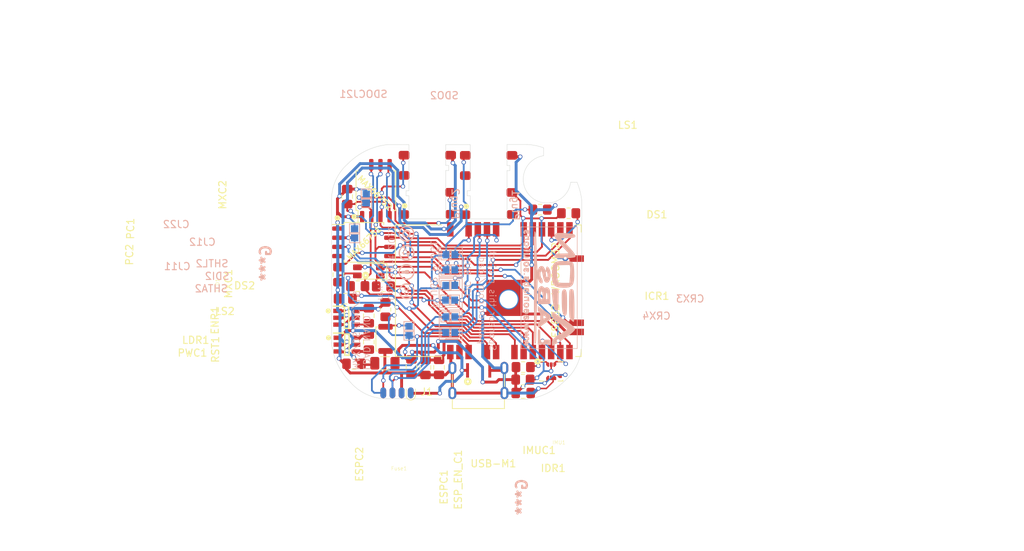
<source format=kicad_pcb>
(kicad_pcb (version 20211014) (generator pcbnew)
  (layers (0 "F.Cu" signal) (31 "B.Cu" signal) (34 "B.Paste" user) (35 "F.Paste" user) (36 "B.SilkS" user "B.Silkscreen") (37 "F.SilkS" user "F.Silkscreen") (38 "B.Mask" user) (39 "F.Mask" user) (44 "Edge.Cuts" user))
  (net 0 "")
  (net 1 "Net-(HX4002B1-Pad4)")
  (net 2 "Net-(HX4002B1-Pad6)")
  (net 3 "/GND")
  (net 4 "/DIN1")
  (net 5 "/DIN2")
  (net 6 "/5V0")
  (net 7 "/3V3")
  (net 8 "/IO01TX")
  (net 9 "/TX_IN")
  (net 10 "/DOUT1")
  (net 11 "/DOUT2")
  (net 12 "/IO39_LD2_3V3")
  (net 13 "/IO25_LEDR")
  (net 14 "/IO03RX")
  (net 15 "/RX_IN")
  (net 16 "Net-(HX4002-Pad4)")
  (net 17 "Net-(HX4002-Pad6)")
  (net 18 "/RST_EN_RTS")
  (net 21 "/IO22_IMC")
  (net 22 "/IO21_IMD")
  (net 23 "/IO14_MX_CS")
  (net 24 "/IO13_MX_SK")
  (net 25 "/IO04_MX2_D")
  (net 26 "/IO17_MX_3V3")
  (net 27 "/IO05_MX_D")
  (net 28 "/IO18_MX2_3V3")
  (net 30 "Net-(LDR1-Pad2)")
  (net 31 "/IO16_LD_3V3")
  (net 38 "/IO0_BOOT_DTR")
  (net 39 "/IO33_LEDB")
  (net 40 "/IO26_IM_CS")
  (net 43 "/5V0F")
  (net 44 "unconnected-(Plug2-PadR4)")
  (net 53 "/IO32_LEDG")
  (net 54 "Net-(CRX3-Pad1)")
  (footprint "Fuse:Fuse_1206_3216Metric" (layer "F.Cu") (at 154.31 101.87)
    (fp_text reference "Fuse1")
    (fp_text value "Polyfuse")
  )
  (footprint "Resistor_SMD:R_0805_2012Metric_Pad1.20x1.40mm_HandSolder" (layer "F.Cu") (at 173.47 102.4)
    (fp_text reference "ICR1")
    (fp_text value "10k")
  )
  (footprint "Resistor_SMD:R_0805_2012Metric_Pad1.20x1.40mm_HandSolder" (layer "F.Cu") (at 179.76 81.09 180)
    (fp_text reference "DS1")
    (fp_text value "4K7")
  )
  (footprint "Resistor_SMD:R_0805_2012Metric_Pad1.20x1.40mm_HandSolder" (layer "F.Cu") (at 154.39 94.44 -90)
    (fp_text reference "ENR1")
    (fp_text value "10k")
  )
  (footprint "AeonLabs:HX4002 SOT95 P280X125-6N" (layer "F.Cu") (at 148.97 95.59)
    (fp_text reference "HX4002" hide)
    (fp_text value "HX4002" hide)
  )
  (footprint "AeonLabs:HX4002 SOT95 P280X125-6N" (layer "F.Cu") (at 149.01 99.31)
    (fp_text reference "HX4002B1" hide)
    (fp_text value "HX4002" hide)
  )
  (footprint "Resistor_SMD:R_0805_2012Metric_Pad1.20x1.40mm_HandSolder" (layer "F.Cu") (at 173.43 104.14 180)
    (fp_text reference "IDR1")
    (fp_text value "10k")
  )
  (footprint "Package_LGA:LGA-14_3x2.5mm_P0.5mm_LayoutBorder3x4y" (layer "F.Cu") (at 177.35 102.98)
    (fp_text reference "IMU1")
    (fp_text value "LSM6DS3")
  )
  (footprint "Capacitor_SMD:C_0805_2012Metric_Pad1.18x1.45mm_HandSolder" (layer "F.Cu") (at 173.47 105.99 180)
    (fp_text reference "IMUC1")
    (fp_text value "100nF")
  )
  (footprint "Resistor_SMD:R_0805_2012Metric_Pad1.20x1.40mm_HandSolder" (layer "F.Cu") (at 154.11 91.23 180)
    (fp_text reference "LDR1")
    (fp_text value "330R")
  )
  (footprint "LED_SMD:LED_1206_3210_RGB_Metric" (layer "F.Cu") (at 152.32 89.1 180)
    (fp_text reference "LED1")
    (fp_text value "LED_GBRC")
  )
  (footprint "Resistor_SMD:R_0805_2012Metric_Pad1.20x1.40mm_HandSolder" (layer "F.Cu") (at 175.81 80.59)
    (fp_text reference "LS1")
    (fp_text value "10k")
  )
  (footprint "Capacitor_SMD:C_0805_2012Metric_Pad1.18x1.45mm_HandSolder" (layer "F.Cu") (at 152.08 95.29 -90)
    (fp_text reference "PC1")
    (fp_text value "0.1uF")
  )
  (footprint "Capacitor_SMD:C_0805_2012Metric_Pad1.18x1.45mm_HandSolder" (layer "F.Cu") (at 152.09 98.94 -90)
    (fp_text reference "PC2")
    (fp_text value "0.1uF")
  )
  (footprint "Capacitor_SMD:C_0805_2012Metric_Pad1.18x1.45mm_HandSolder" (layer "F.Cu") (at 150.03 101.95 180)
    (fp_text reference "PWC1")
    (fp_text value "0.1uF")
  )
  (footprint "AeonLabs:Micro_USB_pcb_socket_5pin_4weld_points" (layer "F.Cu") (at 167.08 104.99)
    (fp_text reference "USB-M1")
    (fp_text value "USB-M")
  )
  (footprint "Capacitor_SMD:C_0805_2012Metric_Pad1.18x1.45mm_HandSolder" (layer "F.Cu") (at 161.81 102.44 -90)
    (fp_text reference "ESPC1")
    (fp_text value "0.1uF")
  )
  (footprint "Resistor_SMD:R_0805_2012Metric_Pad1.20x1.40mm_HandSolder" (layer "F.Cu") (at 150.55 91.19)
    (fp_text reference "DS2")
    (fp_text value "4K7")
  )
  (footprint "Capacitor_SMD:C_0805_2012Metric_Pad1.18x1.45mm_HandSolder" (layer "F.Cu") (at 157.99 102.38 90)
    (fp_text reference "ESP_EN_C1")
    (fp_text value "0.1uF")
  )
  (footprint "Capacitor_SMD:C_0805_2012Metric_Pad1.18x1.45mm_HandSolder" (layer "F.Cu") (at 147.87 89.6 90)
    (fp_text reference "MXC1")
    (fp_text value "0.1pF")
  )
  (footprint "AeonLabs:SW_Push_SPST_NO_Alps_SKRK AliExpress" (layer "F.Cu") (at 154.49 98.48 90)
    (fp_text reference "RST1")
    (fp_text value "RST")
  )
  (footprint "RF_Module:ESP32-WROOM-32" (layer "F.Cu") (at 171.625 91.82 90)
    (fp_text reference "ESP32-WROOM32")
    (fp_text value "ESP32-WROOM-32")
  )
  (footprint "Connector:SOIC_clipProgSmall" (layer "F.Cu") (at 155.99 106.72)
    (fp_text reference "J1")
    (fp_text value "Conn_01x08_Male")
  )
  (footprint "Capacitor_SMD:C_0805_2012Metric_Pad1.18x1.45mm_HandSolder" (layer "F.Cu") (at 149.09 78.78 90)
    (fp_text reference "MXC2")
    (fp_text value "0.1pF")
  )
  (footprint "AeonLabs:Jack 2.5mm jack socket 6pin L10.5 w5.8 h3.2" (layer "F.Cu") (at 168.62 76.44 -90)
    (fp_text reference "Plug1")
    (fp_text value "AudioJack6pin")
  )
  (footprint "Resistor_SMD:R_0805_2012Metric_Pad1.20x1.40mm_HandSolder" (layer "F.Cu") (at 148.82 92.93 180)
    (fp_text reference "LS2")
    (fp_text value "10k")
  )
  (footprint "AeonLabs:Jack 2.5mm jack socket 6pin L10.5 w5.8 h3.2" (layer "F.Cu") (at 160.13 76.4175 -90)
    (fp_text reference "Plug2")
    (fp_text value "AudioJack6pin")
  )
  (footprint "Package_SO:SOIC-8_5.275x5.275mm_P1.27mm" (layer "F.Cu") (at 153.06 77.97 90)
    (fp_text reference "MAX66752")
    (fp_text value "MAX6675")
  )
  (footprint "Capacitor_SMD:C_0805_2012Metric_Pad1.18x1.45mm_HandSolder" (layer "F.Cu") (at 159.93 102.46 -90)
    (fp_text reference "ESPC2")
    (fp_text value "22uF")
  )
  (footprint "Package_SO:SOIC-8_5.275x5.275mm_P1.27mm" (layer "F.Cu") (at 151.41 85.12)
    (fp_text reference "MAX66751")
    (fp_text value "MAX6675")
  )
  (footprint "TestPoint:TestPoint_Pad_1.0x1.0mm" (layer "B.Cu") (at 162.76 97.61 -90)
    (fp_text reference "CTX1")
    (fp_text value "CTX")
  )
  (footprint "TestPoint:TestPoint_Pad_1.0x1.0mm" (layer "B.Cu") (at 163.97 97.61 -90)
    (fp_text reference "CTX2")
    (fp_text value "CTX2")
  )
  (footprint "TestPoint:TestPoint_Pad_1.0x1.0mm" (layer "B.Cu") (at 162.78 95.45 -90)
    (fp_text reference "CRX1")
    (fp_text value "CRX")
  )
  (footprint "TestPoint:TestPoint_Pad_1.0x1.0mm" (layer "B.Cu") (at 163.98 95.45 -90)
    (fp_text reference "CRX2")
    (fp_text value "CRX2")
  )
  (footprint "TestPoint:TestPoint_Pad_1.0x1.0mm" (layer "B.Cu") (at 162.78 88.94)
    (fp_text reference "SDI1")
    (fp_text value "DIN1")
  )
  (footprint "TestPoint:TestPoint_Pad_1.0x1.0mm" (layer "B.Cu") (at 162.79 86.84)
    (fp_text reference "SDO1")
    (fp_text value "DOUT1")
  )
  (footprint "TestPoint:TestPoint_Pad_1.0x1.0mm" (layer "B.Cu") (at 163.99 88.94)
    (fp_text reference "SHTA1")
    (fp_text value "SHTA")
  )
  (footprint "TestPoint:TestPoint_Pad_1.0x1.0mm" (layer "B.Cu") (at 163.99 86.84)
    (fp_text reference "SHTL1")
    (fp_text value "SHTL")
  )
  (footprint "AeonLabs:aeon logo www" (layer "B.Cu") (at 177.102334 91.410001 90)
    (fp_text reference "G***")
    (fp_text value "LOGO" hide)
  )
  (footprint "TestPoint:TestPoint_Pad_1.0x1.0mm" (layer "B.Cu") (at 157.65 96.78 180)
    (fp_text reference "CRX3")
    (fp_text value "CRX3")
  )
  (footprint "TestPoint:TestPoint_Pad_1.0x1.0mm" (layer "B.Cu") (at 150.11 83.26 180)
    (fp_text reference "CJ11")
    (fp_text value "CJ11")
  )
  (footprint "TestPoint:TestPoint_Pad_1.0x1.0mm" (layer "B.Cu") (at 151.75 79.64 180)
    (fp_text reference "CJ22")
    (fp_text value "CJ22")
  )
  (footprint "TestPoint:TestPoint_Pad_1.0x1.0mm" (layer "B.Cu") (at 163.94 93.13 180)
    (fp_text reference "SHTA2")
    (fp_text value "SHTA")
  )
  (footprint "TestPoint:TestPoint_Pad_1.0x1.0mm" (layer "B.Cu") (at 163.97 91.09 180)
    (fp_text reference "SHTL2")
    (fp_text value "SHTL")
  )
  (footprint "TestPoint:TestPoint_Pad_1.0x1.0mm" (layer "B.Cu") (at 151.73 78.44 180)
    (fp_text reference "SDOCJ21")
    (fp_text value "CJ21")
  )
  (footprint "TestPoint:TestPoint_Pad_1.0x1.0mm" (layer "B.Cu") (at 150.11 84.47 180)
    (fp_text reference "CJ12")
    (fp_text value "CJ12")
  )
  (footprint "AeonLabs:aeon creative commons logos" (layer "B.Cu") (at 157.36 87.93 90)
    (fp_text reference "G***")
    (fp_text value "LOGO" hide)
  )
  (footprint "TestPoint:TestPoint_Pad_1.0x1.0mm" (layer "B.Cu") (at 162.74 93.12 180)
    (fp_text reference "SDI2")
    (fp_text value "DIN2")
  )
  (footprint "TestPoint:TestPoint_Pad_1.0x1.0mm" (layer "B.Cu") (at 157.66 97.98 180)
    (fp_text reference "CRX4")
    (fp_text value "CRX4")
  )
  (footprint "TestPoint:TestPoint_Pad_1.0x1.0mm" (layer "B.Cu") (at 162.77 91.1 180)
    (fp_text reference "SDO2")
    (fp_text value "DOUT2")
  )
  (gr_line (start 161.85 98.5675) (end 165.01 98.565) (layer "B.SilkS") (width 0.12))
  (gr_line (start 165.01 94.495) (end 161.84 94.5175) (layer "B.SilkS") (width 0.12))
  (gr_line (start 165.01 98.565) (end 165.01 94.495) (layer "B.SilkS") (width 0.12))
  (gr_line (start 161.84 94.5175) (end 161.85 98.5675) (layer "B.SilkS") (width 0.12))
  (gr_line (start 165.03 89.89) (end 165.03 85.82) (layer "B.SilkS") (width 0.12))
  (gr_line (start 165.03 85.82) (end 161.81 85.815) (layer "B.SilkS") (width 0.12))
  (gr_line (start 165.02 90.105) (end 161.82 90.09) (layer "B.SilkS") (width 0.12))
  (gr_line (start 161.82 90.09) (end 161.83 94.16) (layer "B.SilkS") (width 0.12))
  (gr_line (start 165.02 94.175) (end 165.02 90.105) (layer "B.SilkS") (width 0.12))
  (gr_line (start 161.82 89.885) (end 165.03 89.89) (layer "B.SilkS") (width 0.12))
  (gr_line (start 161.81 85.815) (end 161.82 89.885) (layer "B.SilkS") (width 0.12))
  (gr_line (start 161.83 94.16) (end 165.02 94.175) (layer "B.SilkS") (width 0.12))
  (gr_circle (center 165.8 104.399645) (end 165.97 104.410642) (layer "F.SilkS") (width 0.35) (fill none))
  (gr_circle (center 148.43 93.97) (end 148.43 93.87) (layer "F.SilkS") (width 0.2) (fill none))
  (gr_circle (center 147.72 81.739003) (end 147.92 81.759003) (layer "F.SilkS") (width 0.35) (fill none))
  (gr_circle (center 165.59 80.13) (end 165.79 80.15) (layer "F.SilkS") (width 0.35) (fill none))
  (gr_circle (center 148.48 97.67) (end 148.48 97.57) (layer "F.SilkS") (width 0.2) (fill none))
  (gr_circle (center 151.64 89.681124) (end 151.78 89.700127) (layer "F.SilkS") (width 0.35) (fill none))
  (gr_circle (center 150.05 81.569003) (end 150.25 81.589003) (layer "F.SilkS") (width 0.35) (fill none))
  (gr_circle (center 175.46 101.619398) (end 175.56 101.630395) (layer "F.SilkS") (width 0.35) (fill none))
  (gr_circle (center 157.05 80.06) (end 157.25 80.08) (layer "F.SilkS") (width 0.35) (fill none))
  (gr_line (start 181.58 79.32) (end 181.572294 99.305576) (layer "Edge.Cuts") (width 0.05))
  (gr_arc (start 154.481558 106.792294) (mid 151.767889 106.177046) (end 149.540001 104.509999) (layer "Edge.Cuts") (width 0.05))
  (gr_line (start 162.74 71.58) (end 166.13 71.58) (layer "Edge.Cuts") (width 0.05))
  (gr_line (start 157.64 77.97) (end 157.64 71.58) (layer "Edge.Cuts") (width 0.05))
  (gr_arc (start 174.008442 71.567706) (mid 175.16497 71.709584) (end 176.287378 72.022452) (layer "Edge.Cuts") (width 0.05))
  (gr_line (start 162.76 75.17) (end 162.74 75.17) (layer "Edge.Cuts") (width 0.05))
  (gr_line (start 157.64 78.67) (end 157.24 78.67) (layer "Edge.Cuts") (width 0.05))
  (gr_line (start 163.14 74.47) (end 163.14 75.17) (layer "Edge.Cuts") (width 0.05))
  (gr_arc (start 149.200001 74.217135) (mid 151.707969 72.431862) (end 154.667547 71.584511) (layer "Edge.Cuts") (width 0.05))
  (gr_line (start 162.64 81.87) (end 157.64 81.87) (layer "Edge.Cuts") (width 0.05))
  (gr_line (start 166.13 81.75) (end 166.13 78.68) (layer "Edge.Cuts") (width 0.05))
  (gr_line (start 162.74 71.58) (end 162.74 74.47) (layer "Edge.Cuts") (width 0.05))
  (gr_line (start 157.64 71.58) (end 154.667547 71.584511) (layer "Edge.Cuts") (width 0.05))
  (gr_line (start 165.73 78.68) (end 165.73 77.98) (layer "Edge.Cuts") (width 0.05))
  (gr_line (start 166.13 77.98) (end 166.13 71.58) (layer "Edge.Cuts") (width 0.05))
  (gr_line (start 162.76 75.17) (end 163.14 75.17) (layer "Edge.Cuts") (width 0.05))
  (gr_line (start 157.64 81.87) (end 157.64 81.74) (layer "Edge.Cuts") (width 0.05))
  (gr_line (start 171.63 74.48) (end 171.63 75.18) (layer "Edge.Cuts") (width 0.05))
  (gr_line (start 173.822453 106.879757) (end 154.481558 106.792294) (layer "Edge.Cuts") (width 0.05))
  (gr_line (start 176.287378 72.022452) (end 176.287378 73.122452) (layer "Edge.Cuts") (width 0.05))
  (gr_line (start 171.13 81.88) (end 166.13 81.88) (layer "Edge.Cuts") (width 0.05))
  (gr_line (start 171.23 75.18) (end 171.23 81.88) (layer "Edge.Cuts") (width 0.05))
  (gr_line (start 174.008442 71.567706) (end 171.23 71.57) (layer "Edge.Cuts") (width 0.05))
  (gr_line (start 171.23 74.48) (end 171.63 74.48) (layer "Edge.Cuts") (width 0.05))
  (gr_line (start 146.917377 99.049587) (end 146.917706 79.158692) (layer "Edge.Cuts") (width 0.05))
  (gr_arc (start 180.045335 76.792196) (mid 174.470602 78.741917) (end 176.287378 73.122452) (layer "Edge.Cuts") (width 0.05))
  (gr_arc (start 180.921935 76.794753) (mid 181.342595 78.033499) (end 181.58 79.32) (layer "Edge.Cuts") (width 0.05))
  (gr_line (start 166.13 78.68) (end 165.73 78.68) (layer "Edge.Cuts") (width 0.05))
  (gr_line (start 157.24 77.97) (end 157.64 77.97) (layer "Edge.Cuts") (width 0.05))
  (gr_line (start 171.25 75.18) (end 171.63 75.18) (layer "Edge.Cuts") (width 0.05))
  (gr_line (start 157.24 78.67) (end 157.24 77.97) (layer "Edge.Cuts") (width 0.05))
  (gr_line (start 166.13 81.88) (end 166.13 81.75) (layer "Edge.Cuts") (width 0.05))
  (gr_line (start 157.64 81.74) (end 157.64 78.67) (layer "Edge.Cuts") (width 0.05))
  (gr_arc (start 146.917706 79.158692) (mid 147.532954 76.445023) (end 149.200001 74.217135) (layer "Edge.Cuts") (width 0.05))
  (gr_arc (start 149.550001 104.517133) (mid 147.764728 102.009165) (end 146.917377 99.049587) (layer "Edge.Cuts") (width 0.05))
  (gr_line (start 165.73 77.98) (end 166.13 77.98) (layer "Edge.Cuts") (width 0.05))
  (gr_line (start 171.25 75.18) (end 171.23 75.18) (layer "Edge.Cuts") (width 0.05))
  (gr_line (start 171.23 81.88) (end 171.13 81.88) (layer "Edge.Cuts") (width 0.05))
  (gr_line (start 171.23 71.57) (end 171.23 74.48) (layer "Edge.Cuts") (width 0.05))
  (gr_line (start 162.74 75.17) (end 162.74 81.87) (layer "Edge.Cuts") (width 0.05))
  (gr_line (start 180.045335 76.792196) (end 180.921935 76.794753) (layer "Edge.Cuts") (width 0.05))
  (gr_line (start 162.74 74.47) (end 163.14 74.47) (layer "Edge.Cuts") (width 0.05))
  (gr_line (start 162.74 81.87) (end 162.64 81.87) (layer "Edge.Cuts") (width 0.05))
  (gr_arc (start 181.572294 99.305576) (mid 180.957046 102.019245) (end 179.289999 104.247133) (layer "Edge.Cuts") (width 0.05))
  (gr_arc (start 179.289999 104.247133) (mid 176.782031 106.032406) (end 173.822453 106.879757) (layer "Edge.Cuts") (width 0.05))
  (gr_text "LDAD NANO \nMAX/DS/I2C/LS" (at 151.03 102.9 -90) (layer "B.SilkS") (effects (font (size 0.9 0.9) (thickness 0.1)) (justify left mirror)))
  (gr_text "PLUG1" (at 161.1 87 -90) (layer "B.SilkS") (effects (font (size 0.9 0.9) (thickness 0.1)) (justify mirror)))
  (gr_text "Copyright 2022\nrev. 6.1" (at 154.5 93.25 -90) (layer "B.SilkS") (effects (font (size 0.9 0.9) (thickness 0.08)) (justify left mirror)))
  (gr_text "Sponsor this project\npatreon.com/ldad" (at 168.51 93.18 -90) (layer "B.SilkS") (effects (font (size 0.9 0.9) (thickness 0.08)) (justify mirror)))
  (gr_text "I2C BUS" (at 165.7 89.84 -90) (layer "B.SilkS") (effects (font (size 0.9 0.9) (thickness 0.1)) (justify mirror)))
  (gr_text "PLUG2" (at 161.07 92.06 -90) (layer "B.SilkS") (effects (font (size 0.9 0.9) (thickness 0.1)) (justify mirror)))
  (segment (start 152.0175 100.24) (end 152.1 100.1575) (width 0.4) (layer "F.Cu") (net 1))
  (segment (start 150.3 100.24) (end 152.0175 100.24) (width 0.4) (layer "F.Cu") (net 1))
  (segment (start 151.1 98.09) (end 151.9125 98.09) (width 0.4) (layer "F.Cu") (net 2))
  (segment (start 151.9125 98.09) (end 152.1 97.9025) (width 0.4) (layer "F.Cu") (net 2))
  (segment (start 150.85 98.34) (end 151.1 98.09) (width 0.4) (layer "F.Cu") (net 2))
  (segment (start 150.3 98.34) (end 150.85 98.34) (width 0.4) (layer "F.Cu") (net 2))
  (segment (start 177.85 103.8925) (end 177.6125 103.8925) (width 0.2) (layer "F.Cu") (net 3))
  (segment (start 149.515 103.215) (end 154.305 103.215) (width 0.4) (layer "F.Cu") (net 3))
  (segment (start 167.93 94.96) (end 168.41 94.96) (width 0.4) (layer "F.Cu") (net 3))
  (segment (start 176.81 80.59) (end 177.29 80.59) (width 0.25) (layer "F.Cu") (net 3))
  (segment (start 163.65 106) (end 163.65 102.54) (width 0.4) (layer "F.Cu") (net 3))
  (segment (start 163.445 100.25) (end 163.445 102.315) (width 0.4) (layer "F.Cu") (net 3))
  (segment (start 147.675 95.58) (end 148.525 95.58) (width 0.4) (layer "F.Cu") (net 3))
  (segment (start 149.515 103.215) (end 148.9925 102.6925) (width 0.4) (layer "F.Cu") (net 3))
  (segment (start 156.625 105.97) (end 156.625 103.375) (width 0.4) (layer "F.Cu") (net 3))
  (segment (start 147.74 79.0925) (end 149.09 77.7425) (width 0.4) (layer "F.Cu") (net 3))
  (segment (start 148.8 89.43) (end 148.54625 89.68375) (width 0.25) (layer "F.Cu") (net 3))
  (segment (start 163.65 106) (end 170.87 106) (width 0.4) (layer "F.Cu") (net 3))
  (segment (start 147.79 99.32) (end 148.61 99.32) (width 0.4) (layer "F.Cu") (net 3))
  (segment (start 176.67 105.37) (end 175.58 105.37) (width 0.2) (layer "F.Cu") (net 3))
  (segment (start 174.65 90.26) (end 174.39 90.52) (width 0.4) (layer "F.Cu") (net 3))
  (segment (start 147.74 80.95) (end 147.74 83.145) (width 0.4) (layer "F.Cu") (net 3))
  (segment (start 148.9925 102.6925) (end 148.9925 101.95) (width 0.4) (layer "F.Cu") (net 3))
  (segment (start 156.785 103.215) (end 157.135 103.215) (width 0.4) (layer "F.Cu") (net 3))
  (segment (start 156.625 103.375) (end 156.785 103.215) (width 0.4) (layer "F.Cu") (net 3))
  (segment (start 148.69 101.95) (end 147.95 101.21) (width 0.4) (layer "F.Cu") (net 3))
  (segment (start 157.135 103.215) (end 157.7875 103.215) (width 0.4) (layer "F.Cu") (net 3))
  (segment (start 158 103.4875) (end 159.1825 103.4875) (width 0.4) (layer "F.Cu") (net 3))
  (segment (start 174.39 90.52) (end 173.17 90.52) (width 0.4) (layer "F.Cu") (net 3))
  (segment (start 174.5075 105.99) (end 174.96 105.99) (width 0.4) (layer "F.Cu") (net 3))
  (segment (start 179.38 97.49) (end 179.385 97.485) (width 0.4) (layer "F.Cu") (net 3))
  (segment (start 163.425 83.27) (end 162.72 83.27) (width 0.4) (layer "F.Cu") (net 3))
  (segment (start 171.433668 73.26) (end 173.11 73.26) (width 0.4) (layer "F.Cu") (net 3))
  (segment (start 163.69 73.26) (end 163.69 74.11) (width 0.4) (layer "F.Cu") (net 3))
  (segment (start 151.155 81.57) (end 148.36 81.57) (width 0.4) (layer "F.Cu") (net 3))
  (segment (start 170.51 102.86) (end 170.85 102.52) (width 0.4) (layer "F.Cu") (net 3))
  (segment (start 161.8 103.4875) (end 161.81 103.4775) (width 0.4) (layer "F.Cu") (net 3))
  (segment (start 148.55 95.58) (end 148.97 95.16) (width 0.4) (layer "F.Cu") (net 3))
  (segment (start 163.41 73.0575) (end 163.4875 73.0575) (width 0.4) (layer "F.Cu") (net 3))
  (segment (start 163.65 102.54) (end 163.66 102.53) (width 0.4) (layer "F.Cu") (net 3))
  (segment (start 170.87 92.94) (end 170.87 92.82) (width 0.4) (layer "F.Cu") (net 3))
  (segment (start 159.1825 103.4875) (end 161.8 103.4875) (width 0.4) (layer "F.Cu") (net 3))
  (segment (start 176.94 95.05) (end 179.38 97.49) (width 0.4) (layer "F.Cu") (net 3))
  (segment (start 163.4875 73.0575) (end 163.69 73.26) (width 0.4) (layer "F.Cu") (net 3))
  (segment (start 177.6125 103.8925) (end 177.6125 104.4275) (width 0.2) (layer "F.Cu") (net 3))
  (segment (start 170.87 92.82) (end 170.93 92.82) (width 0.4) (layer "F.Cu") (net 3))
  (segment (start 147.78 92.39625) (end 147.78 91.06375) (width 0.25) (layer "F.Cu") (net 3))
  (segment (start 168.84 102.86) (end 170.51 102.86) (width 0.4) (layer "F.Cu") (net 3))
  (segment (start 170.93 92.82) (end 172.98 90.77) (width 0.4) (layer "F.Cu") (net 3))
  (segment (start 148.54625 89.68375) (end 148.04625 89.68375) (width 0.25) (layer "F.Cu") (net 3))
  (segment (start 157.7875 103.215) (end 157.99 103.4175) (width 0.4) (layer "F.Cu") (net 3))
  (segment (start 163.445 102.315) (end 163.66 102.53) (width 0.4) (layer "F.Cu") (net 3))
  (segment (start 147.74 80.95) (end 147.74 79.0925) (width 0.4) (layer "F.Cu") (net 3))
  (segment (start 177.6125 104.4275) (end 176.67 105.37) (width 0.2) (layer "F.Cu") (net 3))
  (segment (start 150.3425 77.7425) (end 150.38 77.78) (width 0.4) (layer "F.Cu") (net 3))
  (segment (start 154.305 103.215) (end 154.305 100.265) (width 0.4) (layer "F.Cu") (net 3))
  (segment (start 174.65 88.25) (end 174.65 90.26) (width 0.4) (layer "F.Cu") (net 3))
  (segment (start 148.9925 101.95) (end 148.69 101.95) (width 0.4) (layer "F.Cu") (net 3))
  (segment (start 170.715 95.05) (end 176.94 95.05) (width 0.4) (layer "F.Cu") (net 3))
  (segment (start 179.385 97.485) (end 180.935 97.485) (width 0.4) (layer "F.Cu") (net 3))
  (segment (start 148.61 99.32) (end 149.06 98.87) (width 0.4) (layer "F.Cu") (net 3))
  (segment (start 147.87 89.86) (end 147.87 90.6375) (width 0.25) (layer "F.Cu") (net 3))
  (segment (start 148.36 81.57) (end 147.74 80.95) (width 0.4) (layer "F.Cu") (net 3))
  (segment (start 154.305 100.265) (end 154.4 100.17) (width 0.4) (layer "F.Cu") (net 3))
  (segment (start 177.29 80.59) (end 177.85 80.03) (width 0.25) (layer "F.Cu") (net 3))
  (segment (start 162.7125 103.4775) (end 163.66 102.53) (width 0.4) (layer "F.Cu") (net 3))
  (segment (start 174.96 105.99) (end 175.58 105.37) (width 0.4) (layer "F.Cu") (net 3))
  (segment (start 160.1675 103.4975) (end 160.35 103.68) (width 0.4) (layer "F.Cu") (net 3))
  (segment (start 147.74 83.145) (end 147.81 83.215) (width 0.4) (layer "F.Cu") (net 3))
  (segment (start 148.04625 89.68375) (end 147.87 89.86) (width 0.25) (layer "F.Cu") (net 3))
  (segment (start 177.6125 103.8925) (end 177.35 103.8925) (width 0.2) (layer "F.Cu") (net 3))
  (segment (start 149.09 77.7425) (end 150.3425 77.7425) (width 0.4) (layer "F.Cu") (net 3))
  (segment (start 154.305 103.215) (end 156.785 103.215) (width 0.4) (layer "F.Cu") (net 3))
  (segment (start 173.17 90.52) (end 170.87 92.82) (width 0.4) (layer "F.Cu") (net 3))
  (segment (start 161.81 103.4775) (end 162.7125 103.4775) (width 0.4) (layer "F.Cu") (net 3))
  (segment (start 159.93 103.4975) (end 160.1675 103.4975) (width 0.4) (layer "F.Cu") (net 3))
  (segment (start 150.21 89.43) (end 148.8 89.43) (width 0.25) (layer "F.Cu") (net 3))
  (via (at 173.06 73.26) (size 0.6) (drill 0.4) (layers "F.Cu" "B.Cu") (net 3))
  (via (at 149.25 81.57) (size 0.6) (drill 0.4) (layers "F.Cu" "B.Cu") (net 3))
  (via (at 163.73 74.12) (size 0.6) (drill 0.4) (layers "F.Cu" "B.Cu") (net 3))
  (via (at 147.8 91.73) (size 0.6) (drill 0.4) (layers "F.Cu" "B.Cu") (net 3))
  (via (at 149 95.2) (size 0.6) (drill 0.4) (layers "F.Cu" "B.Cu") (net 3))
  (via (at 174.65 88.25) (size 0.6) (drill 0.4) (layers "F.Cu" "B.Cu") (net 3))
  (via (at 148.04 78.73) (size 0.6) (drill 0.4) (layers "F.Cu" "B.Cu") (net 3))
  (via (at 167.85 94.96) (size 0.6) (drill 0.4) (layers "F.Cu" "B.Cu") (net 3))
  (via (at 150.38 77.78) (size 0.6) (drill 0.4) (layers "F.Cu" "B.Cu") (net 3))
  (via (at 177.91 80) (size 0.6) (drill 0.4) (layers "F.Cu" "B.Cu") (net 3))
  (via (at 147.95 101.21) (size 0.6) (drill 0.4) (layers "F.Cu" "B.Cu") (net 3))
  (via (at 171.46 93.03) (size 2.8) (drill 2.5) (layers "F.Cu" "B.Cu") (net 3))
  (via (at 147.76 82.38) (size 0.6) (drill 0.4) (layers "F.Cu" "B.Cu") (net 3))
  (via (at 162.49 83.27) (size 0.6) (drill 0.4) (layers "F.Cu" "B.Cu") (net 3))
  (via (at 175.58 105.37) (size 0.6) (drill 0.4) (layers "F.Cu" "B.Cu") (net 3))
  (via (at 149.04 98.9) (size 0.6) (drill 0.4) (layers "F.Cu" "B.Cu") (net 3))
  (segment (start 148.09 101.07) (end 147.95 101.21) (width 0.4) (layer "B.Cu") (net 3))
  (segment (start 167.86 100.97) (end 169.41 102.52) (width 0.4) (layer "B.Cu") (net 3))
  (segment (start 174.63 82.1) (end 174.63 88.23) (width 0.4) (layer "B.Cu") (net 3))
  (segment (start 174.63 81.4) (end 175.43 80.6) (width 0.4) (layer "B.Cu") (net 3))
  (segment (start 171.12 92.63) (end 170.97 92.78) (width 0.4) (layer "B.Cu") (net 3))
  (segment (start 162.49 83.27) (end 160.71 83.27) (width 0.4) (layer "B.Cu") (net 3))
  (segment (start 175.43 80.6) (end 175.73 80.6) (width 0.4) (layer "B.Cu") (net 3))
  (segment (start 156.98 82.02) (end 156.98 79.59) (width 0.4) (layer "B.Cu") (net 3))
  (segment (start 151.81 78.45) (end 151.81 78.04) (width 0.25) (layer "B.Cu") (net 3))
  (segment (start 148.09 94.82) (end 148.09 98.38) (width 0.4) (layer "B.Cu") (net 3))
  (segment (start 172.49 74.02) (end 173.06 73.45) (width 0.4) (layer "B.Cu") (net 3))
  (segment (start 148.09 98.38) (end 148.58 98.87) (width 0.4) (layer "B.Cu") (net 3))
  (segment (start 159.87 82.43) (end 157.39 82.43) (width 0.4) (layer "B.Cu") (net 3))
  (segment (start 174.63 82.1) (end 174.63 81.4) (width 0.4) (layer "B.Cu") (net 3))
  (segment (start 148.09 98.38) (end 148.09 101.07) (width 0.4) (layer "B.Cu") (net 3))
  (segment (start 148.09 95.2) (end 149 95.2) (width 0.4) (layer "B.Cu") (net 3))
  (segment (start 155.17 74.22) (end 150.87 74.22) (width 0.4) (layer "B.Cu") (net 3))
  (segment (start 147.77 83.41) (end 147.77 82.4) (width 0.4) (layer "B.Cu") (net 3))
  (segment (start 177.27 80.6) (end 177.84 80.03) (width 0.4) (layer "B.Cu") (net 3))
  (segment (start 175.73 80.6) (end 177.27 80.6) (width 0.4) (layer "B.Cu") (net 3))
  (segment (start 148.04 77.05) (end 148.04 78.73) (width 0.4) (layer "B.Cu") (net 3))
  (segment (start 164.065 82.115) (end 162.91 83.27) (width 0.4) (layer "B.Cu") (net 3))
  (segment (start 160.71 83.27) (end 159.87 82.43) (width 0.4) (layer "B.Cu") (net 3))
  (segment (start 170.85 105.98) (end 170.87 106) (width 0.4) (layer "B.Cu") (net 3))
  (segment (start 147.77 91.69) (end 147.77 85.71) (width 0.4) (layer "B.Cu") (net 3))
  (segment (start 150.11 82.43) (end 149.25 81.57) (width 0.25) (layer "B.Cu") (net 3))
  (segment (start 150.11 83.3) (end 150.11 82.43) (width 0.25) (layer "B.Cu") (net 3))
  (segment (start 162.91 83.27) (end 162.69 83.27) (width 0.4) (layer "B.Cu") (net 3))
  (segment (start 156.09 75.14) (end 155.17 74.22) (width 0.4) (layer "B.Cu") (net 3))
  (segment (start 148.58 98.87) (end 149.06 98.87) (width 0.4) (layer "B.Cu") (net 3))
  (segment (start 174.63 82.1) (end 174.63 80.09) (width 0.4) (layer "B.Cu") (net 3))
  (segment (start 167.86 94.96) (end 167.86 100.97) (width 0.4) (layer "B.Cu") (net 3))
  (segment (start 147.77 85.71) (end 147.77 83.41) (width 0.4) (layer "B.Cu") (net 3))
  (segment (start 151.55 77.78) (end 150.38 77.78) (width 0.25) (layer "B.Cu") (net 3))
  (segment (start 147.75 91.48) (end 147.75 94.48) (width 0.4) (layer "B.Cu") (net 3))
  (segment (start 170.87 106) (end 174.88 106) (width 0.4) (layer "B.Cu") (net 3))
  (segment (start 156.09 78.7) (end 156.09 75.14) (width 0.4) (layer "B.Cu") (net 3))
  (segment (start 174.88 106) (end 175.35 105.53) (width 0.4) (layer "B.Cu") (net 3))
  (segment (start 164.065 74.495) (end 163.7 74.13) (width 0.4) (layer "B.Cu") (net 3))
  (segment (start 169.41 102.52) (end 170.85 102.52) (width 0.4) (layer "B.Cu") (net 3))
  (segment (start 170.85 102.52) (end 170.85 105.98) (width 0.4) (layer "B.Cu") (net 3))
  (segment (start 147.75 94.48) (end 148.09 94.82) (width 0.4) (layer "B.Cu") (net 3))
  (segment (start 157.39 82.43) (end 156.98 82.02) (width 0.4) (layer "B.Cu") (net 3))
  (segment (start 174.63 88.23) (end 174.65 88.25) (width 0.4) (layer "B.Cu") (net 3))
  (segment (start 174.63 80.09) (end 172.49 77.95) (width 0.4) (layer "B.Cu") (net 3))
  (segment (start 172.49 77.95) (end 172.49 74.02) (width 0.4) (layer "B.Cu") (net 3))
  (segment (start 164.065 82.115) (end 164.065 74.495) (width 0.4) (layer "B.Cu") (net 3))
  (segment (start 171.46 93.03) (end 171.46 93.51) (width 0.4) (layer "B.Cu") (net 3))
  (segment (start 151.81 78.04) (end 151.55 77.78) (width 0.25) (layer "B.Cu") (net 3))
  (segment (start 150.87 74.22) (end 148.04 77.05) (width 0.4) (layer "B.Cu") (net 3))
  (segment (start 170.87 93.03) (end 171.46 93.03) (width 0.4) (layer "B.Cu") (net 3))
  (segment (start 156.98 79.59) (end 156.09 78.7) (width 0.4) (layer "B.Cu") (net 3))
  (segment (start 173.06 73.45) (end 173.06 73.26) (width 0.4) (layer "B.Cu") (net 3))
  (segment (start 179.515 87.325) (end 179.275 87.325) (width 0.25) (layer "F.Cu") (net 4))
  (segment (start 176.02 81.81) (end 173.6 81.81) (width 0.25) (layer "F.Cu") (net 4))
  (segment (start 173.08 81.39) (end 173.08 79.39) (width 0.25) (layer "F.Cu") (net 4))
  (segment (start 173.47 81.78) (end 173.08 81.39) (width 0.25) (layer "F.Cu") (net 4))
  (segment (start 176.07 81.76) (end 176.02 81.81) (width 0.25) (layer "F.Cu") (net 4))
  (segment (start 163.21 87.43) (end 162.98 87.66) (width 0.25) (layer "F.Cu") (net 4))
  (segment (start 162.98 87.66) (end 162.98 87.99) (width 0.25) (layer "F.Cu") (net 4))
  (segment (start 155.75 88.51) (end 160.8 88.51) (width 0.25) (layer "F.Cu") (net 4))
  (segment (start 147.81 84.485) (end 149.075 84.485) (width 0.4) (layer "F.Cu") (net 4))
  (segment (start 165.92 87.43) (end 163.21 87.43) (width 0.25) (layer "F.Cu") (net 4))
  (segment (start 173.08 79.39) (end 171.9 78.21) (width 0.25) (layer "F.Cu") (net 4))
  (segment (start 160.8 88.51) (end 161.57 89.28) (width 0.25) (layer "F.Cu") (net 4))
  (segment (start 171.9 78.1975) (end 172.0175 78.1975) (width 0.25) (layer "F.Cu") (net 4))
  (segment (start 173.6 81.81) (end 173.41 81.62) (width 0.25) (layer "F.Cu") (net 4))
  (segment (start 167.01 88.25) (end 166.74 88.25) (width 0.25) (layer "F.Cu") (net 4))
  (segment (start 178.09 81.76) (end 176.07 81.76) (width 0.25) (layer "F.Cu") (net 4))
  (segment (start 180.935 87.325) (end 179.515 87.325) (width 0.25) (layer "F.Cu") (net 4))
  (segment (start 178.76 81.09) (end 178.09 81.76) (width 0.25) (layer "F.Cu") (net 4))
  (segment (start 166.74 88.25) (end 165.92 87.43) (width 0.25) (layer "F.Cu") (net 4))
  (segment (start 172.45 88.25) (end 167.01 88.25) (width 0.25) (layer "F.Cu") (net 4))
  (via (at 176.02 81.81) (size 0.6) (drill 0.4) (layers "F.Cu" "B.Cu") (net 4))
  (via (at 149.27 84.49) (size 0.6) (drill 0.4) (layers "F.Cu" "B.Cu") (net 4))
  (via (at 173.47 81.78) (size 0.6) (drill 0.4) (layers "F.Cu" "B.Cu") (net 4))
  (via (at 155.75 88.51) (size 0.6) (drill 0.4) (layers "F.Cu" "B.Cu") (net 4))
  (via (at 161.57 89.28) (size 0.6) (drill 0.4) (layers "F.Cu" "B.Cu") (net 4))
  (via (at 172.48 88.25) (size 0.6) (drill 0.4) (layers "F.Cu" "B.Cu") (net 4))
  (via (at 162.98 87.99) (size 0.6) (drill 0.4) (layers "F.Cu" "B.Cu") (net 4))
  (via (at 179.3 87.34) (size 0.8) (drill 0.4) (layers "F.Cu" "B.Cu") (net 4))
  (segment (start 150.11 84.47) (end 149.36 84.47) (width 0.4) (layer "B.Cu") (net 4))
  (segment (start 173.39 86.29) (end 173.39 87.26) (width 0.25) (layer "B.Cu") (net 4))
  (segment (start 162.78 88.94) (end 162.48 89.24) (width 0.25) (layer "B.Cu") (net 4))
  (segment (start 152.995 87.355) (end 154.15 88.51) (width 0.25) (layer "B.Cu") (net 4))
  (segment (start 150.875 87.355) (end 152.995 87.355) (width 0.25) (layer "B.Cu") (net 4))
  (segment (start 178.315 87.325) (end 179.515 87.325) (width 0.25) (layer "B.Cu") (net 4))
  (segment (start 176 85.01) (end 178.315 87.325) (width 0.25) (layer "B.Cu") (net 4))
  (segment (start 173.39 87.26) (end 172.48 88.17) (width 0.25) (layer "B.Cu") (net 4))
  (segment (start 176 81.83) (end 176.02 81.81) (width 0.25) (layer "B.Cu") (net 4))
  (segment (start 150.11 84.47) (end 150.11 86.59) (width 0.25) (layer "B.Cu") (net 4))
  (segment (start 162.99 88.02) (end 162.99 88.76) (width 0.25) (layer "B.Cu") (net 4))
  (segment (start 173.39 86.29) (end 173.39 81.68) (width 0.25) (layer "B.Cu") (net 4))
  (segment (start 154.15 88.51) (end 155.75 88.51) (width 0.25) (layer "B.Cu") (net 4))
  (segment (start 150.11 86.59) (end 150.875 87.355) (width 0.25) (layer "B.Cu") (net 4))
  (segment (start 162.5 89.32) (end 161.5 89.32) (width 0.25) (layer "B.Cu") (net 4))
  (segment (start 176 85.01) (end 176 81.83) (width 0.25) (layer "B.Cu") (net 4))
  (segment (start 155.595 79.685) (end 154.82 78.91) (width 0.25) (layer "F.Cu") (net 5))
  (segment (start 163.32 78.385) (end 163.32 79.335) (width 0.25) (layer "F.Cu") (net 5))
  (segment (start 155.66 92.78) (end 155.22 92.34) (width 0.25) (layer "F.Cu") (net 5))
  (segment (start 151.55 91.19) (end 151.55 91.64) (width 0.25) (layer "F.Cu") (net 5))
  (segment (start 159.45 92.78) (end 155.66 92.78) (width 0.25) (layer "F.Cu") (net 5))
  (segment (start 166.84 96.48) (end 175.38 96.48) (width 0.25) (layer "F.Cu") (net 5))
  (segment (start 151.55 91.19) (end 151.55 90.24) (width 0.25) (layer "F.Cu") (net 5))
  (segment (start 165.74 95.38) (end 166.84 96.48) (width 0.25) (layer "F.Cu") (net 5))
  (segment (start 152.425 80.635) (end 152.03 80.24) (width 0.25) (layer "F.Cu") (net 5))
  (segment (start 163.84 95.38) (end 165.74 95.38) (width 0.25) (layer "F.Cu") (net 5))
  (segment (start 155.59 79.69) (end 155.595 79.685) (width 0.25) (layer "F.Cu") (net 5))
  (segment (start 161.76 82.46) (end 156.1 82.46) (width 0.25) (layer "F.Cu") (net 5))
  (segment (start 156.1 82.46) (end 155.76 82.12) (width 0.25) (layer "F.Cu") (net 5))
  (segment (start 155.59 80.41) (end 155.59 79.69) (width 0.25) (layer "F.Cu") (net 5))
  (segment (start 152.03 80.24) (end 150.83 80.24) (width 0.25) (layer "F.Cu") (net 5))
  (segment (start 163.4975 78.1975) (end 163.6 78.3) (width 0.25) (layer "F.Cu") (net 5))
  (segment (start 155.76 82.12) (end 155.76 80.58) (width 0.25) (layer "F.Cu") (net 5))
  (segment (start 163.41 78.1975) (end 163.4975 78.1975) (width 0.25) (layer "F.Cu") (net 5))
  (segment (start 152.425 81.57) (end 152.425 80.635) (width 0.25) (layer "F.Cu") (net 5))
  (segment (start 151.55 90.24) (end 152.34 89.45) (width 0.25) (layer "F.Cu") (net 5))
  (segment (start 154.82 78.91) (end 150.72 78.91) (width 0.25) (layer "F.Cu") (net 5))
  (segment (start 155.76 80.58) (end 155.59 80.41) (width 0.25) (layer "F.Cu") (net 5))
  (segment (start 152.34 89.45) (end 152.34 81.655) (width 0.25) (layer "F.Cu") (net 5))
  (segment (start 159.8 93.13) (end 159.45 92.78) (width 0.25) (layer "F.Cu") (net 5))
  (segment (start 161.6 93.14) (end 163.84 95.38) (width 0.25) (layer "F.Cu") (net 5))
  (segment (start 152.25 92.34) (end 155.22 92.34) (width 0.25) (layer "F.Cu") (net 5))
  (segment (start 177.395 98.495) (end 177.395 100.27) (width 0.25) (layer "F.Cu") (net 5))
  (segment (start 152.34 81.655) (end 152.425 81.57) (width 0.25) (layer "F.Cu") (net 5))
  (segment (start 175.38 96.48) (end 177.395 98.495) (width 0.25) (layer "F.Cu") (net 5))
  (segment (start 151.55 91.64) (end 152.25 92.34) (width 0.25) (layer "F.Cu") (net 5))
  (via (at 161.6 93.14) (size 0.6) (drill 0.4) (layers "F.Cu" "B.Cu") (net 5))
  (via (at 159.7 93.12) (size 0.6) (drill 0.4) (layers "F.Cu" "B.Cu") (net 5))
  (via (at 161.76 82.46) (size 0.6) (drill 0.4) (layers "F.Cu" "B.Cu") (net 5))
  (via (at 163.31 79.29) (size 0.6) (drill 0.4) (layers "F.Cu" "B.Cu") (net 5))
  (via (at 150.72 78.91) (size 0.6) (drill 0.4) (layers "F.Cu" "B.Cu") (net 5))
  (via (at 150.83 80.24) (size 0.6) (drill 0.4) (layers "F.Cu" "B.Cu") (net 5))
  (segment (start 162.81 82.44) (end 163.34 81.91) (width 0.25) (layer "B.Cu") (net 5))
  (segment (start 151.46 79.65) (end 150.72 78.91) (width 0.25) (layer "B.Cu") (net 5))
  (segment (start 159.72 93.14) (end 159.71 93.13) (width 0.25) (layer "B.Cu") (net 5))
  (segment (start 151.81 79.65) (end 151.46 79.65) (width 0.25) (layer "B.Cu") (net 5))
  (segment (start 162.81 82.44) (end 161.71 82.44) (width 0.25) (layer "B.Cu") (net 5))
  (segment (start 161.6 93.14) (end 159.72 93.14) (width 0.25) (layer "B.Cu") (net 5))
  (segment (start 151.81 79.65) (end 151.42 79.65) (width 0.25) (layer "B.Cu") (net 5))
  (segment (start 163.34 81.91) (end 163.34 79.29) (width 0.25) (layer "B.Cu") (net 5))
  (segment (start 162.61 93.13) (end 161.42 93.13) (width 0.25) (layer "B.Cu") (net 5))
  (segment (start 151.42 79.65) (end 150.83 80.24) (width 0.25) (layer "B.Cu") (net 5))
  (segment (start 148.76 100.3) (end 148.64 100.3) (width 0.4) (layer "F.Cu") (net 6))
  (segment (start 147.68 100.3) (end 148.64 100.3) (width 0.4) (layer "F.Cu") (net 6))
  (segment (start 149 96.26) (end 149 96.43) (width 0.4) (layer "F.Cu") (net 6))
  (segment (start 150.29 99.32) (end 149.75 99.32) (width 0.4) (layer "F.Cu") (net 6))
  (segment (start 148.99 96.45) (end 148.99 96.46) (width 0.4) (layer "F.Cu") (net 6))
  (segment (start 150.26 95.57) (end 149.69 95.57) (width 0.4) (layer "F.Cu") (net 6))
  (segment (start 149.02 100.04) (end 148.76 100.3) (width 0.4) (layer "F.Cu") (net 6))
  (segment (start 151.0675 101.95) (end 150.9 101.95) (width 0.4) (layer "F.Cu") (net 6))
  (segment (start 151.1575 102.04) (end 151.0675 101.95) (width 0.4) (layer "F.Cu") (net 6))
  (segment (start 149.75 99.32) (end 149.03 100.04) (width 0.4) (layer "F.Cu") (net 6))
  (segment (start 149.03 100.04) (end 149.02 100.04) (width 0.4) (layer "F.Cu") (net 6))
  (segment (start 149.69 95.57) (end 149 96.26) (width 0.4) (layer "F.Cu") (net 6))
  (segment (start 150.9 101.95) (end 150.01 101.06) (width 0.4) (layer "F.Cu") (net 6))
  (segment (start 152.95 102.04) (end 151.1575 102.04) (width 0.4) (layer "F.Cu") (net 6))
  (segment (start 148.93 96.52) (end 147.93 96.52) (width 0.4) (layer "F.Cu") (net 6))
  (via (at 148.98 96.5) (size 0.6) (drill 0.4) (layers "F.Cu" "B.Cu") (net 6))
  (via (at 149.05 100.11) (size 0.6) (drill 0.4) (layers "F.Cu" "B.Cu") (net 6))
  (via (at 150.01 101.06) (size 0.6) (drill 0.4) (layers "F.Cu" "B.Cu") (net 6))
  (segment (start 149.05 100.11) (end 149.85 99.31) (width 0.4) (layer "B.Cu") (net 6))
  (segment (start 149 96.82) (end 149 96.43) (width 0.4) (layer "B.Cu") (net 6))
  (segment (start 149.85 99.31) (end 149.85 98.33) (width 0.4) (layer "B.Cu") (net 6))
  (segment (start 148.99 96.83) (end 149 96.82) (width 0.4) (layer "B.Cu") (net 6))
  (segment (start 149.85 98.33) (end 148.99 97.47) (width 0.4) (layer "B.Cu") (net 6))
  (segment (start 150.01 101.06) (end 149.06 100.11) (width 0.4) (layer "B.Cu") (net 6))
  (segment (start 148.99 97.47) (end 148.99 96.83) (width 0.4) (layer "B.Cu") (net 6))
  (segment (start 149.06 100.11) (end 149.05 100.11) (width 0.4) (layer "B.Cu") (net 6))
  (segment (start 159.93 101.4225) (end 159.7325 101.4225) (width 0.4) (layer "F.Cu") (net 7))
  (segment (start 158.78 100.34) (end 158.32 100.34) (width 0.4) (layer "F.Cu") (net 7))
  (segment (start 159.14 100.34) (end 158.78 100.34) (width 0.4) (layer "F.Cu") (net 7))
  (segment (start 162.78 98.68) (end 162.5 98.96) (width 0.4) (layer "F.Cu") (net 7))
  (segment (start 148.99 97.35) (end 149.89 97.35) (width 0.4) (layer "F.Cu") (net 7))
  (segment (start 178.5125 103.5575) (end 178.6 103.47) (width 0.2) (layer "F.Cu") (net 7))
  (segment (start 159.93 101.13) (end 159.14 100.34) (width 0.4) (layer "F.Cu") (net 7))
  (segment (start 172.55 105.99) (end 173.43 105.11) (width 0.4) (layer "F.Cu") (net 7))
  (segment (start 159.93 101.4225) (end 161.79 101.4225) (width 0.4) (layer "F.Cu") (net 7))
  (segment (start 161.79 101.4225) (end 161.81 101.4025) (width 0.4) (layer "F.Cu") (net 7))
  (segment (start 161.14 100.34) (end 161.71 99.77) (width 0.4) (layer "F.Cu") (net 7))
  (segment (start 161.71 99.77) (end 161.71 98.87) (width 0.4) (layer "F.Cu") (net 7))
  (segment (start 172.4325 105.99) (end 172.55 105.99) (width 0.4) (layer "F.Cu") (net 7))
  (segment (start 172.43 104.14) (end 170.1 104.14) (width 0.4) (layer "F.Cu") (net 7))
  (segment (start 147.97 98.37) (end 148.99 97.35) (width 0.4) (layer "F.Cu") (net 7))
  (segment (start 154.39 93.44) (end 154.34 93.44) (width 0.4) (layer "F.Cu") (net 7))
  (segment (start 164.715 100.25) (end 164.715 99.005) (width 0.4) (layer "F.Cu") (net 7))
  (segment (start 148.63 94.62) (end 148.98 94.27) (width 0.4) (layer "F.Cu") (net 7))
  (segment (start 167.86 104.48) (end 169.76 104.48) (width 0.4) (layer "F.Cu") (net 7))
  (segment (start 147.76 94.62) (end 148.63 94.62) (width 0.4) (layer "F.Cu") (net 7))
  (segment (start 159.93 101.4225) (end 159.93 101.03) (width 0.4) (layer "F.Cu") (net 7))
  (segment (start 164.86 81.19875) (end 164.86 80.18125) (width 0.4) (layer "F.Cu") (net 7))
  (segment (start 164.715 99.005) (end 164.39 98.68) (width 0.4) (layer "F.Cu") (net 7))
  (segment (start 178.6 103.47) (end 179.3 103.47) (width 0.2) (layer "F.Cu") (net 7))
  (segment (start 162.5 100.7125) (end 161.81 101.4025) (width 0.4) (layer "F.Cu") (net 7))
  (segment (start 172.4325 102.4375) (end 172.47 102.4) (width 0.4) (layer "F.Cu") (net 7))
  (segment (start 147.79 98.37) (end 147.97 98.37) (width 0.4) (layer "F.Cu") (net 7))
  (segment (start 169.76 104.48) (end 170.1 104.14) (width 0.4) (layer "F.Cu") (net 7))
  (segment (start 178.5125 103.73) (end 178.5125 103.5575) (width 0.2) (layer "F.Cu") (net 7))
  (segment (start 176.85 103.8925) (end 176.85 104.23) (width 0.2) (layer "F.Cu") (net 7))
  (segment (start 176.85 104.23) (end 176.45 104.63) (width 0.2) (layer "F.Cu") (net 7))
  (segment (start 172.4325 105.99) (end 172.4325 102.4375) (width 0.4) (layer "F.Cu") (net 7))
  (segment (start 159.93 101.4225) (end 159.93 101.13) (width 0.4) (layer "F.Cu") (net 7))
  (segment (start 158.78 100.34) (end 161.14 100.34) (width 0.4) (layer "F.Cu") (net 7))
  (segment (start 159.7325 101.4225) (end 159.46 101.15) (width 0.4) (layer "F.Cu") (net 7))
  (segment (start 156.36 81.20875) (end 156.36 80.15125) (width 0.4) (layer "F.Cu") (net 7))
  (segment (start 164.39 98.68) (end 162.78 98.68) (width 0.4) (layer "F.Cu") (net 7))
  (segment (start 162.5 98.96) (end 162.5 100.7125) (width 0.4) (layer "F.Cu") (net 7))
  (segment (start 154.34 93.44) (end 153.39 94.39) (width 0.4) (layer "F.Cu") (net 7))
  (segment (start 154.37 93.27) (end 154.16 93.06) (width 0.25) (layer "F.Cu") (net 7))
  (via (at 156.3 80.07) (size 0.6) (drill 0.4) (layers "F.Cu" "B.Cu") (net 7))
  (via (at 167.86 104.48) (size 0.6) (drill 0.4) (layers "F.Cu" "B.Cu") (net 7))
  (via (at 161.71 98.85) (size 0.6) (drill 0.4) (layers "F.Cu" "B.Cu") (net 7))
  (via (at 148.98 94.27) (size 0.6) (drill 0.4) (layers "F.Cu" "B.Cu") (net 7))
  (via (at 158.08 100.32) (size 0.6) (drill 0.4) (layers "F.Cu" "B.Cu") (net 7))
  (via (at 153.39 94.39) (size 0.6) (drill 0.4) (layers "F.Cu" "B.Cu") (net 7))
  (via (at 173.45 105.12) (size 0.6) (drill 0.4) (layers "F.Cu" "B.Cu") (net 7))
  (via (at 176.45 104.63) (size 0.6) (drill 0.4) (layers "F.Cu" "B.Cu") (net 7))
  (via (at 149.89 97.35) (size 0.6) (drill 0.4) (layers "F.Cu" "B.Cu") (net 7))
  (via (at 179.3 103.47) (size 0.6) (drill 0.4) (layers "F.Cu" "B.Cu") (net 7))
  (via (at 164.88 80.2) (size 0.6) (drill 0.4) (layers "F.Cu" "B.Cu") (net 7))
  (segment (start 149.55 94.27) (end 151.82 94.27) (width 0.4) (layer "B.Cu") (net 7))
  (segment (start 157.17 83.07) (end 156.38 82.28) (width 0.4) (layer "B.Cu") (net 7))
  (segment (start 156.38 82.28) (end 156.38 80.28) (width 0.4) (layer "B.Cu") (net 7))
  (segment (start 158.15 100.76) (end 158.15 100.29) (width 0.4) (layer "B.Cu") (net 7))
  (segment (start 160.56 84.03) (end 159.6 83.07) (width 0.4) (layer "B.Cu") (net 7))
  (segment (start 156.38 80.28) (end 156.27 80.17) (width 0.4) (layer "B.Cu") (net 7))
  (segment (start 149.125 79.165) (end 148.51 79.78) (width 0.4) (layer "B.Cu") (net 7))
  (segment (start 149.89 96.42) (end 149.89 97.35) (width 0.4) (layer "B.Cu") (net 7))
  (segment (start 156.715 101.115) (end 157.795 101.115) (width 0.4) (layer "B.Cu") (net 7))
  (segment (start 154.86 74.83) (end 151.17 74.83) (width 0.4) (layer "B.Cu") (net 7))
  (segment (start 177.71 103.49) (end 179.17 103.49) (width 0.2) (layer "B.Cu") (net 7))
  (segment (start 173.94 104.63) (end 176.57 104.63) (width 0.2) (layer "B.Cu") (net 7))
  (segment (start 173.45 105.12) (end 173.94 104.63) (width 0.2) (layer "B.Cu") (net 7))
  (segment (start 167.84 102.41) (end 167.84 104.5) (width 0.4) (layer "B.Cu") (net 7))
  (segment (start 164.28 98.85) (end 167.84 102.41) (width 0.4) (layer "B.Cu") (net 7))
  (segment (start 155.45 75.42) (end 154.86 74.83) (width 0.4) (layer "B.Cu") (net 7))
  (segment (start 148.51 93.8) (end 148.98 94.27) (width 0.4) (layer "B.Cu") (net 7))
  (segment (start 159.6 83.07) (end 157.17 83.07) (width 0.4) (layer "B.Cu") (net 7))
  (segment (start 151.82 94.27) (end 153.27 94.27) (width 0.4) (layer "B.Cu") (net 7))
  (segment (start 152.95 97.35) (end 156.715 101.115) (width 0.4) (layer "B.Cu") (net 7))
  (segment (start 163.02 84.03) (end 160.56 84.03) (width 0.4) (layer "B.Cu") (net 7))
  (segment (start 164.88 82.17) (end 163.02 84.03) (width 0.4) (layer "B.Cu") (net 7))
  (segment (start 164.88 80.2) (end 164.88 82.17) (width 0.4) (layer "B.Cu") (net 7))
  (segment (start 149.89 97.35) (end 152.95 97.35) (width 0.4) (layer "B.Cu") (net 7))
  (segment (start 151.17 74.83) (end 149.125 76.875) (width 0.4) (layer "B.Cu") (net 7))
  (segment (start 148.98 94.27) (end 149.55 94.27) (width 0.4) (layer "B.Cu") (net 7))
  (segment (start 153.27 94.27) (end 153.39 94.39) (width 0.4) (layer "B.Cu") (net 7))
  (segment (start 161.71 98.85) (end 164.28 98.85) (width 0.4) (layer "B.Cu") (net 7))
  (segment (start 155.45 79.35) (end 155.45 75.42) (width 0.4) (layer "B.Cu") (net 7))
  (segment (start 149.89 96.42) (end 149.89 94.61) (width 0.4) (layer "B.Cu") (net 7))
  (segment (start 148.51 79.78) (end 148.51 93.8) (width 0.4) (layer "B.Cu") (net 7))
  (segment (start 149.125 76.875) (end 149.125 79.165) (width 0.4) (layer "B.Cu") (net 7))
  (segment (start 176.57 104.63) (end 177.71 103.49) (width 0.2) (layer "B.Cu") (net 7))
  (segment (start 149.89 94.61) (end 149.55 94.27) (width 0.4) (layer "B.Cu") (net 7))
  (segment (start 149.89 96.2) (end 149.89 96.42) (width 0.4) (layer "B.Cu") (net 7))
  (segment (start 157.795 101.115) (end 158.15 100.76) (width 0.4) (layer "B.Cu") (net 7))
  (segment (start 156.27 80.17) (end 155.45 79.35) (width 0.4) (layer "B.Cu") (net 7))
  (segment (start 167.41 82.7425) (end 167.41 84.8575) (width 0.25) (layer "F.Cu") (net 8))
  (segment (start 167.14 90.21) (end 167.14 92.18) (width 0.25) (layer "F.Cu") (net 8))
  (segment (start 167.14 92.18) (end 167.23 92.27) (width 0.25) (layer "F.Cu") (net 8))
  (via (at 167.43 84.86) (size 0.6) (drill 0.4) (layers "F.Cu" "B.Cu") (net 8))
  (via (at 167.14 90.21) (size 0.6) (drill 0.4) (layers "F.Cu" "B.Cu") (net 8))
  (via (at 167.23 92.27) (size 0.6) (drill 0.4) (layers "F.Cu" "B.Cu") (net 8))
  (segment (start 167.23 92.27) (end 167.01 92.49) (width 0.25) (layer "B.Cu") (net 8))
  (segment (start 167.43 84.86) (end 167.43 86.96) (width 0.25) (layer "B.Cu") (net 8))
  (segment (start 167.14 90.21) (end 167.14 87.25) (width 0.25) (layer "B.Cu") (net 8))
  (segment (start 167.44 84.86) (end 167.38 84.92) (width 0.25) (layer "B.Cu") (net 8))
  (segment (start 167.01 96.14) (end 165.53 97.62) (width 0.25) (layer "B.Cu") (net 8))
  (segment (start 167.01 92.49) (end 167.01 96.14) (width 0.25) (layer "B.Cu") (net 8))
  (segment (start 167.43 86.96) (end 167.14 87.25) (width 0.25) (layer "B.Cu") (net 8))
  (segment (start 165.53 97.62) (end 164.03 97.62) (width 0.25) (layer "B.Cu") (net 8))
  (segment (start 154.085 104.275) (end 154.1 104.26) (width 0.25) (layer "F.Cu") (net 9))
  (segment (start 154.085 105.97) (end 154.085 104.275) (width 0.25) (layer "F.Cu") (net 9))
  (via (at 154.1 104.26) (size 0.6) (drill 0.4) (layers "F.Cu" "B.Cu") (net 9))
  (segment (start 159.42 101.52) (end 158.16 102.78) (width 0.25) (layer "B.Cu") (net 9))
  (segment (start 161.33 95.45) (end 159.42 97.36) (width 0.25) (layer "B.Cu") (net 9))
  (segment (start 154.09 103.46) (end 154.09 104.28) (width 0.25) (layer "B.Cu") (net 9))
  (segment (start 159.42 97.36) (end 159.42 101.52) (width 0.25) (layer "B.Cu") (net 9))
  (segment (start 162.78 95.45) (end 161.33 95.45) (width 0.25) (layer "B.Cu") (net 9))
  (segment (start 154.77 102.78) (end 154.09 103.46) (width 0.25) (layer "B.Cu") (net 9))
  (segment (start 158.16 102.78) (end 154.77 102.78) (width 0.25) (layer "B.Cu") (net 9))
  (segment (start 167.05 96.02) (end 176.84 96.02) (width 0.25) (layer "F.Cu") (net 10))
  (segment (start 155.75 89.28) (end 159.81 89.28) (width 0.25) (layer "F.Cu") (net 10))
  (segment (start 177.52 96.7) (end 177.33 96.51) (width 0.25) (layer "F.Cu") (net 10))
  (segment (start 161.31 90.78) (end 165.46 94.93) (width 0.25) (layer "F.Cu") (net 10))
  (segment (start 165.46 73.0575) (end 165.3825 73.0575) (width 0.25) (layer "F.Cu") (net 10))
  (segment (start 165.23 73.21) (end 165.23 74.04) (width 0.25) (layer "F.Cu") (net 10))
  (segment (start 174.81 80.59) (end 173.8 80.59) (width 0.25) (layer "F.Cu") (net 10))
  (segment (start 179.935 100.27) (end 179.935 99.115) (width 0.25) (layer "F.Cu") (net 10))
  (segment (start 177.31 96.51) (end 176.86 96.06) (width 0.25) (layer "F.Cu") (net 10))
  (segment (start 173.8 80.59) (end 173.79 80.58) (width 0.25) (layer "F.Cu") (net 10))
  (segment (start 179.935 99.115) (end 177.52 96.7) (width 0.25) (layer "F.Cu") (net 10))
  (segment (start 176.84 96.02) (end 177.52 96.7) (width 0.25) (layer "F.Cu") (net 10))
  (segment (start 165.46 94.93) (end 165.96 94.93) (width 0.25) (layer "F.Cu") (net 10))
  (segment (start 177.33 96.51) (end 177.31 96.51) (width 0.25) (layer "F.Cu") (net 10))
  (segment (start 159.81 89.28) (end 161.31 90.78) (width 0.25) (layer "F.Cu") (net 10))
  (segment (start 165.3825 73.0575) (end 165.23 73.21) (width 0.25) (layer "F.Cu") (net 10))
  (segment (start 147.81 85.755) (end 149.205 85.755) (width 0.25) (layer "F.Cu") (net 10))
  (segment (start 165.96 94.93) (end 167.05 96.02) (width 0.25) (layer "F.Cu") (net 10))
  (via (at 165.23 74.04) (size 0.6) (drill 0.4) (layers "F.Cu" "B.Cu") (net 10))
  (via (at 173.72 80.58) (size 0.6) (drill 0.4) (layers "F.Cu" "B.Cu") (net 10))
  (via (at 161.31 90.78) (size 0.6) (drill 0.4) (layers "F.Cu" "B.Cu") (net 10))
  (via (at 149.26 85.74) (size 0.6) (drill 0.4) (layers "F.Cu" "B.Cu") (net 10))
  (via (at 155.75 89.28) (size 0.6) (drill 0.4) (layers "F.Cu" "B.Cu") (net 10))
  (segment (start 162.79 86.84) (end 162.69 86.94) (width 0.25) (layer "B.Cu") (net 10))
  (segment (start 154.1 89.28) (end 155.75 89.28) (width 0.25) (layer "B.Cu") (net 10))
  (segment (start 165.23 74.04) (end 165.23 79.44) (width 0.25) (layer "B.Cu") (net 10))
  (segment (start 173.79 80.58) (end 172.46 80.58) (width 0.25) (layer "B.Cu") (net 10))
  (segment (start 165.61 82.12) (end 165.61 82.42) (width 0.25) (layer "B.Cu") (net 10))
  (segment (start 172.06 81.87) (end 172.06 82.15) (width 0.25) (layer "B.Cu") (net 10))
  (segment (start 165.61 82.12) (end 165.61 82.64) (width 0.25) (layer "B.Cu") (net 10))
  (segment (start 151.655 87.805) (end 152.625 87.805) (width 0.25) (layer "B.Cu") (net 10))
  (segment (start 171.585 82.625) (end 165.815 82.625) (width 0.25) (layer "B.Cu") (net 10))
  (segment (start 165.23 79.44) (end 165.61 79.82) (width 0.25) (layer "B.Cu") (net 10))
  (segment (start 152.625 87.805) (end 154.1 89.28) (width 0.25) (layer "B.Cu") (net 10))
  (segment (start 161.37 86.94) (end 160.81 87.5) (width 0.25) (layer "B.Cu") (net 10))
  (segment (start 165.21 83.04) (end 162.79 85.46) (width 0.25) (layer "B.Cu") (net 10))
  (segment (start 160.81 87.5) (end 160.81 90.28) (width 0.25) (layer "B.Cu") (net 10))
  (segment (start 150.655 87.805) (end 149.26 86.41) (width 0.25) (layer "B.Cu") (net 10))
  (segment (start 149.26 86.41) (end 149.26 85.74) (width 0.25) (layer "B.Cu") (net 10))
  (segment (start 162.69 86.94) (end 161.37 86.94) (width 0.25) (layer "B.Cu") (net 10))
  (segment (start 162.79 85.46) (end 162.79 85.68) (width 0.25) (layer "B.Cu") (net 10))
  (segment (start 151.655 87.805) (end 150.655 87.805) (width 0.25) (layer "B.Cu") (net 10))
  (segment (start 172.46 80.58) (end 172.06 80.98) (width 0.25) (layer "B.Cu") (net 10))
  (segment (start 165.61 82.64) (end 165.21 83.04) (width 0.25) (layer "B.Cu") (net 10))
  (segment (start 162.79 85.68) (end 162.79 86.84) (width 0.25) (layer "B.Cu") (net 10))
  (segment (start 165.61 79.82) (end 165.61 82.12) (width 0.25) (layer "B.Cu") (net 10))
  (segment (start 172.06 80.98) (end 172.06 81.87) (width 0.25) (layer "B.Cu") (net 10))
  (segment (start 172.06 82.15) (end 171.585 82.625) (width 0.25) (layer "B.Cu") (net 10))
  (segment (start 165.61 82.42) (end 165.815 82.625) (width 0.25) (layer "B.Cu") (net 10))
  (segment (start 160.81 90.28) (end 161.31 90.78) (width 0.25) (layer "B.Cu") (net 10))
  (segment (start 154.01 83.09) (end 156.8 83.09) (width 0.25) (layer "F.Cu") (net 11))
  (segment (start 160.55 97.21) (end 157.66 94.32) (width 0.25) (layer "F.Cu") (net 11))
  (segment (start 153.695 82.775) (end 154.01 83.09) (width 0.25) (layer "F.Cu") (net 11))
  (segment (start 161.61 97.21) (end 160.55 97.21) (width 0.25) (layer "F.Cu") (net 11))
  (segment (start 165.01 97.21) (end 165.69 97.89) (width 0.25) (layer "F.Cu") (net 11))
  (segment (start 157.65 83.94) (end 158.65 83.94) (width 0.25) (layer "F.Cu") (net 11))
  (segment (start 169.72 100.32) (end 169.72 99.11) (width 0.25) (layer "F.Cu") (net 11))
  (segment (start 161.61 97.21) (end 165.01 97.21) (width 0.25) (layer "F.Cu") (net 11))
  (segment (start 156.85 73.15) (end 156.85 74.11) (width 0.25) (layer "F.Cu") (net 11))
  (segment (start 166.1 98.3) (end 165.59 97.79) (width 0.25) (layer "F.Cu") (net 11))
  (segment (start 153.88 77.67) (end 154.17 77.38) (width 0.25) (layer "F.Cu") (net 11))
  (segment (start 169.72 99.11) (end 168.91 98.3) (width 0.25) (layer "F.Cu") (net 11))
  (segment (start 153.695 81.57) (end 153.695 82.775) (width 0.25) (layer "F.Cu") (net 11))
  (segment (start 156.8 83.09) (end 157.65 83.94) (width 0.25) (layer "F.Cu") (net 11))
  (segment (start 153.86 81.5675) (end 153.86 80.1925) (width 0.25) (layer "F.Cu") (net 11))
  (segment (start 168.91 98.3) (end 166.1 98.3) (width 0.25) (layer "F.Cu") (net 11))
  (segment (start 149.98 92.5) (end 151.04 92.5) (width 0.25) (layer "F.Cu") (net 11))
  (segment (start 154.17 77.38) (end 156.81 77.38) (width 0.25) (layer "F.Cu") (net 11))
  (segment (start 156.97 73.0475) (end 156.9525 73.0475) (width 0.25) (layer "F.Cu") (net 11))
  (segment (start 156.9525 73.0475) (end 156.85 73.15) (width 0.25) (layer "F.Cu") (net 11))
  (segment (start 153.88 78.37) (end 153.88 77.67) (width 0.25) (layer "F.Cu") (net 11))
  (via (at 153.88 78.27) (size 0.6) (drill 0.4) (layers "F.Cu" "B.Cu") (net 11))
  (via (at 157.69 94.3) (size 0.6) (drill 0.4) (layers "F.Cu" "B.Cu") (net 11))
  (via (at 156.85 74.11) (size 0.6) (drill 0.4) (layers "F.Cu" "B.Cu") (net 11))
  (via (at 153.89 80.22) (size 0.6) (drill 0.4) (layers "F.Cu" "B.Cu") (net 11))
  (via (at 156.81 77.38) (size 0.6) (drill 0.4) (layers "F.Cu" "B.Cu") (net 11))
  (via (at 158.65 83.94) (size 0.6) (drill 0.4) (layers "F.Cu" "B.Cu") (net 11))
  (via (at 151.08 92.53) (size 0.6) (drill 0.4) (layers "F.Cu" "B.Cu") (net 11))
  (segment (start 158.42 94.3) (end 158.605 94.115) (width 0.25) (layer "B.Cu") (net 11))
  (segment (start 158.91 91.89) (end 159.32 91.48) (width 0.25) (layer "B.Cu") (net 11))
  (segment (start 158.91 84.2) (end 158.65 83.94) (width 0.25) (layer "B.Cu") (net 11))
  (segment (start 155.4 92.53) (end 157.17 94.3) (width 0.25) (layer "B.Cu") (net 11))
  (segment (start 161.21 91.48) (end 162.8725 91.48) (width 0.25) (layer "B.Cu") (net 11))
  (segment (start 158.605 94.115) (end 158.91 93.81) (width 0.25) (layer "B.Cu") (net 11))
  (segment (start 153.88 80.21) (end 153.88 78.45) (width 0.25) (layer "B.Cu") (net 11))
  (segment (start 151.08 92.53) (end 155.4 92.53) (width 0.25) (layer "B.Cu") (net 11))
  (segment (start 157.17 94.3) (end 157.69 94.3) (width 0.25) (layer "B.Cu") (net 11))
  (segment (start 156.84 74.24) (end 156.84 77.37) (width 0.25) (layer "B.Cu") (net 11))
  (segment (start 161.21 91.48) (end 160.53 91.48) (width 0.25) (layer "B.Cu") (net 11))
  (segment (start 158.91 93.81) (end 158.91 92.12) (width 0.25) (layer "B.Cu") (net 11))
  (segment (start 158.91 92.12) (end 158.91 91.89) (width 0.25) (layer "B.Cu") (net 11))
  (segment (start 159.32 91.48) (end 160.06 91.48) (width 0.25) (layer "B.Cu") (net 11))
  (segment (start 160.06 91.48) (end 161.21 91.48) (width 0.25) (layer "B.Cu") (net 11))
  (segment (start 157.69 94.3) (end 158.42 94.3) (width 0.25) (layer "B.Cu") (net 11))
  (segment (start 158.91 92.12) (end 158.91 84.2) (width 0.25) (layer "B.Cu") (net 11))
  (segment (start 149.2 91.165) (end 149.2 90.155) (width 0.25) (layer "F.Cu") (net 12))
  (segment (start 149.55 91.39) (end 149.2 91.74) (width 0.25) (layer "F.Cu") (net 12))
  (segment (start 159.72 97.69) (end 164.84 97.69) (width 0.25) (layer "F.Cu") (net 12))
  (segment (start 168.45 100.32) (end 168.45 99.1) (width 0.25) (layer "F.Cu") (net 12))
  (segment (start 156.15 94.12) (end 159.72 97.69) (width 0.25) (layer "F.Cu") (net 12))
  (segment (start 168.45 99.1) (end 168.12 98.77) (width 0.25) (layer "F.Cu") (net 12))
  (segment (start 168.12 98.77) (end 165.92 98.77) (width 0.25) (layer "F.Cu") (net 12))
  (segment (start 149.55 91.19) (end 149.55 91.39) (width 0.25) (layer "F.Cu") (net 12))
  (segment (start 164.84 97.69) (end 165.5 98.35) (width 0.25) (layer "F.Cu") (net 12))
  (segment (start 165.92 98.77) (end 165.51 98.36) (width 0.25) (layer "F.Cu") (net 12))
  (segment (start 155.98 94.12) (end 156.15 94.12) (width 0.25) (layer "F.Cu") (net 12))
  (via (at 149.2 90.07) (size 0.6) (drill 0.4) (layers "F.Cu" "B.Cu") (net 12))
  (via (at 155.98 94.12) (size 0.6) (drill 0.4) (layers "F.Cu" "B.Cu") (net 12))
  (segment (start 149.28 90.15) (end 149.28 92.44) (width 0.25) (layer "B.Cu") (net 12))
  (segment (start 155.35 93.49) (end 155.98 94.12) (width 0.25) (layer "B.Cu") (net 12))
  (segment (start 149.28 92.44) (end 150.33 93.49) (width 0.25) (layer "B.Cu") (net 12))
  (segment (start 150.33 93.49) (end 155.35 93.49) (width 0.25) (layer "B.Cu") (net 12))
  (segment (start 157.54 91.82) (end 160.09 91.82) (width 0.25) (layer "F.Cu") (net 13))
  (segment (start 174.8 97.59) (end 174.8 100.32) (width 0.25) (layer "F.Cu") (net 13))
  (segment (start 165.55 95.83) (end 166.66 96.94) (width 0.25) (layer "F.Cu") (net 13))
  (segment (start 166.66 96.94) (end 174.15 96.94) (width 0.25) (layer "F.Cu") (net 13))
  (segment (start 160.88 92.61) (end 160.88 93.52) (width 0.25) (layer "F.Cu") (net 13))
  (segment (start 155.11 91.23) (end 156.95 91.23) (width 0.25) (layer "F.Cu") (net 13))
  (segment (start 160.88 93.52) (end 163.19 95.83) (width 0.25) (layer "F.Cu") (net 13))
  (segment (start 174.15 96.94) (end 174.8 97.59) (width 0.25) (layer "F.Cu") (net 13))
  (segment (start 163.19 95.83) (end 165.55 95.83) (width 0.25) (layer "F.Cu") (net 13))
  (segment (start 160.09 91.82) (end 160.88 92.61) (width 0.25) (layer "F.Cu") (net 13))
  (segment (start 156.95 91.23) (end 157.54 91.82) (width 0.25) (layer "F.Cu") (net 13))
  (segment (start 168.49 82.5925) (end 168.49 84.8875) (width 0.25) (layer "F.Cu") (net 14))
  (via (at 168.49 84.9) (size 0.6) (drill 0.4) (layers "F.Cu" "B.Cu") (net 14))
  (segment (start 168.46 90.36) (end 168.46 84.93) (width 0.25) (layer "B.Cu") (net 14))
  (segment (start 166.46 90.99) (end 167.83 90.99) (width 0.25) (layer "B.Cu") (net 14))
  (segment (start 165.95 91.5) (end 166.46 90.99) (width 0.25) (layer "B.Cu") (net 14))
  (segment (start 164.91 95.45) (end 165.95 94.41) (width 0.25) (layer "B.Cu") (net 14))
  (segment (start 167.83 90.99) (end 168.46 90.36) (width 0.25) (layer "B.Cu") (net 14))
  (segment (start 164.05 95.45) (end 164.91 95.45) (width 0.25) (layer "B.Cu") (net 14))
  (segment (start 168.46 84.93) (end 168.49 84.9) (width 0.25) (layer "B.Cu") (net 14))
  (segment (start 165.95 94.41) (end 165.95 91.5) (width 0.25) (layer "B.Cu") (net 14))
  (segment (start 155.355 105.97) (end 155.355 104.375) (width 0.25) (layer "F.Cu") (net 15))
  (segment (start 155.355 104.375) (end 155.71 104.02) (width 0.25) (layer "F.Cu") (net 15))
  (via (at 155.86 103.92) (size 0.6) (drill 0.4) (layers "F.Cu" "B.Cu") (net 15))
  (segment (start 160.98 97.36) (end 162.54 97.36) (width 0.25) (layer "B.Cu") (net 15))
  (segment (start 158.97 103.32) (end 159.415 102.875) (width 0.25) (layer "B.Cu") (net 15))
  (segment (start 160.35 101.94) (end 160.35 97.99) (width 0.25) (layer "B.Cu") (net 15))
  (segment (start 160.35 97.99) (end 160.98 97.36) (width 0.25) (layer "B.Cu") (net 15))
  (segment (start 159.415 102.875) (end 160.35 101.94) (width 0.25) (layer "B.Cu") (net 15))
  (segment (start 158.37 103.92) (end 158.58 103.71) (width 0.25) (layer "B.Cu") (net 15))
  (segment (start 155.86 103.92) (end 158.37 103.92) (width 0.25) (layer "B.Cu") (net 15))
  (segment (start 158.58 103.71) (end 159.415 102.875) (width 0.25) (layer "B.Cu") (net 15))
  (segment (start 151.54 96.51) (end 150.67 96.51) (width 0.25) (layer "F.Cu") (net 16))
  (segment (start 150.785 94.53) (end 151.475 94.53) (width 0.25) (layer "F.Cu") (net 17))
  (segment (start 157.11 101.17) (end 157.2825 101.3425) (width 0.25) (layer "F.Cu") (net 18))
  (segment (start 165.985 100.25) (end 165.985 99.475) (width 0.25) (layer "F.Cu") (net 18))
  (segment (start 164.65 98.14) (end 158.81 98.14) (width 0.25) (layer "F.Cu") (net 18))
  (segment (start 157.11 100.3) (end 157.11 101.17) (width 0.25) (layer "F.Cu") (net 18))
  (segment (start 158.81 98.14) (end 158.77 98.18) (width 0.25) (layer "F.Cu") (net 18))
  (segment (start 154.37 95.27) (end 155.57 95.27) (width 0.25) (layer "F.Cu") (net 18))
  (segment (start 157.2825 101.3425) (end 157.99 101.3425) (width 0.25) (layer "F.Cu") (net 18))
  (segment (start 165.985 99.475) (end 164.65 98.14) (width 0.25) (layer "F.Cu") (net 18))
  (via (at 157.11 100.3) (size 0.6) (drill 0.4) (layers "F.Cu" "B.Cu") (net 18))
  (via (at 155.61 95.22) (size 0.6) (drill 0.4) (layers "F.Cu" "B.Cu") (net 18))
  (via (at 158.77 98.18) (size 0.6) (drill 0.4) (layers "F.Cu" "B.Cu") (net 18))
  (segment (start 155.33 97.98) (end 157.66 97.98) (width 0.25) (layer "B.Cu") (net 18))
  (segment (start 157.11 100.3) (end 157.11 99.88) (width 0.25) (layer "B.Cu") (net 18))
  (segment (start 157.11 99.88) (end 157.66 99.33) (width 0.25) (layer "B.Cu") (net 18))
  (segment (start 158.77 99.38) (end 158.77 99.11) (width 0.25) (layer "B.Cu") (net 18))
  (segment (start 152.51 104.13) (end 152.51 105.64) (width 0.25) (layer "B.Cu") (net 18))
  (segment (start 155.61 95.22) (end 155.17 95.22) (width 0.25) (layer "B.Cu") (net 18))
  (segment (start 158.77 98.98) (end 158.77 101.28) (width 0.25) (layer "B.Cu") (net 18))
  (segment (start 152.84 105.97) (end 154.085 105.97) (width 0.25) (layer "B.Cu") (net 18))
  (segment (start 157.66 97.98) (end 157.29 98.35) (width 0.25) (layer "B.Cu") (net 18))
  (segment (start 154.15 106) (end 154.14 105.99) (width 0.25) (layer "B.Cu") (net 18))
  (segment (start 157.42 98.19) (end 158.82 98.19) (width 0.25) (layer "B.Cu") (net 18))
  (segment (start 158.77 98.98) (end 158.77 98.18) (width 0.25) (layer "B.Cu") (net 18))
  (segment (start 157.66 99.33) (end 157.66 97.98) (width 0.25) (layer "B.Cu") (net 18))
  (segment (start 152.51 105.64) (end 152.84 105.97) (width 0.25) (layer "B.Cu") (net 18))
  (segment (start 154.86 97.51) (end 155.33 97.98) (width 0.25) (layer "B.Cu") (net 18))
  (segment (start 154.49 102.15) (end 152.51 104.13) (width 0.25) (layer "B.Cu") (net 18))
  (segment (start 158.77 99.11) (end 158.77 98.98) (width 0.25) (layer "B.Cu") (net 18))
  (segment (start 154.86 95.53) (end 154.86 97.51) (width 0.25) (layer "B.Cu") (net 18))
  (segment (start 155.17 95.22) (end 154.86 95.53) (width 0.25) (layer "B.Cu") (net 18))
  (segment (start 158.77 101.28) (end 157.9 102.15) (width 0.25) (layer "B.Cu") (net 18))
  (segment (start 157.9 102.15) (end 154.49 102.15) (width 0.25) (layer "B.Cu") (net 18))
  (segment (start 166.31 93.18) (end 164.04 90.91) (width 0.25) (layer "F.Cu") (net 21))
  (segment (start 165.84 83.395) (end 165.965 83.27) (width 0.25) (layer "F.Cu") (net 21))
  (segment (start 165.93 82.805) (end 165.93 84.84) (width 0.25) (layer "F.Cu") (net 21))
  (segment (start 175.14 104.14) (end 175.38 103.9) (width 0.2) (layer "F.Cu") (net 21))
  (segment (start 174.43 104.14) (end 175.14 104.14) (width 0.2) (layer "F.Cu") (net 21))
  (segment (start 177.35 102.0675) (end 177.35 102.93) (width 0.2) (layer "F.Cu") (net 21))
  (segment (start 164.04 90.91) (end 164.04 90.07) (width 0.25) (layer "F.Cu") (net 21))
  (segment (start 167.69 93.18) (end 166.31 93.18) (width 0.25) (layer "F.Cu") (net 21))
  (via (at 165.92 84.84) (size 0.6) (drill 0.4) (layers "F.Cu" "B.Cu") (net 21))
  (via (at 167.69 93.18) (size 0.6) (drill 0.4) (layers "F.Cu" "B.Cu") (net 21))
  (via (at 177.33 102.96) (size 0.6) (drill 0.4) (layers "F.Cu" "B.Cu") (net 21))
  (via (at 164.04 90.07) (size 0.6) (drill 0.4) (layers "F.Cu" "B.Cu") (net 21))
  (via (at 175.38 103.9) (size 0.6) (drill 0.4) (layers "F.Cu" "B.Cu") (net 21))
  (segment (start 165.19 84.84) (end 165.92 84.84) (width 0.25) (layer "B.Cu") (net 21))
  (segment (start 168.26 93.18) (end 169.665 94.585) (width 0.25) (layer "B.Cu") (net 21))
  (segment (start 169.665 94.585) (end 169.82 94.74) (width 0.2) (layer "B.Cu") (net 21))
  (segment (start 165.09 87.22) (end 165.09 89.82) (width 0.25) (layer "B.Cu") (net 21))
  (segment (start 164.06 86.84) (end 164.06 85.97) (width 0.25) (layer "B.Cu") (net 21))
  (segment (start 177.33 102.96) (end 176.3 102.96) (width 0.25) (layer "B.Cu") (net 21))
  (segment (start 167.69 93.18) (end 168.26 93.18) (width 0.25) (layer "B.Cu") (net 21))
  (segment (start 164.06 85.97) (end 165.19 84.84) (width 0.25) (layer "B.Cu") (net 21))
  (segment (start 176.3 101.22) (end 176.3 102.96) (width 0.25) (layer "B.Cu") (net 21))
  (segment (start 176.3 102.96) (end 175.38 103.88) (width 0.25) (layer "B.Cu") (net 21))
  (segment (start 164.06 86.84) (end 164.71 86.84) (width 0.25) (layer "B.Cu") (net 21))
  (segment (start 164.71 86.84) (end 165.09 87.22) (width 0.25) (layer "B.Cu") (net 21))
  (segment (start 164.04 91.1) (end 164.04 90.07) (width 0.25) (layer "B.Cu") (net 21))
  (segment (start 169.665 94.585) (end 176.3 101.22) (width 0.25) (layer "B.Cu") (net 21))
  (segment (start 165.09 89.82) (end 164.84 90.07) (width 0.25) (layer "B.Cu") (net 21))
  (segment (start 164.84 90.07) (end 164.04 90.07) (width 0.25) (layer "B.Cu") (net 21))
  (segment (start 165.05 93.21) (end 164.96 93.12) (width 0.2) (layer "F.Cu") (net 22))
  (segment (start 167.72 94.15) (end 165.99 94.15) (width 0.25) (layer "F.Cu") (net 22))
  (segment (start 164.17 88.02) (end 164.52 88.37) (width 0.25) (layer "F.Cu") (net 22))
  (segment (start 169.775 84.825) (end 169.77 84.83) (width 0.25) (layer "F.Cu") (net 22))
  (segment (start 176.85 102.0675) (end 176.85 101.88) (width 0.2) (layer "F.Cu") (net 22))
  (segment (start 176.86 101.89) (end 176.66 101.69) (width 0.2) (layer "F.Cu") (net 22))
  (segment (start 174.61 102.26) (end 175.47 102.26) (width 0.2) (layer "F.Cu") (net 22))
  (segment (start 165.99 94.15) (end 164.96 93.12) (width 0.25) (layer "F.Cu") (net 22))
  (segment (start 175.46 101.92) (end 175.46 102.24) (width 0.2) (layer "F.Cu") (net 22))
  (segment (start 174.47 102.4) (end 174.61 102.26) (width 0.2) (layer "F.Cu") (net 22))
  (segment (start 175.69 101.69) (end 176.64 101.69) (width 0.2) (layer "F.Cu") (net 22))
  (segment (start 164.52 88.37) (end 165.77 88.37) (width 0.25) (layer "F.Cu") (net 22))
  (segment (start 175.69 101.69) (end 175.46 101.92) (width 0.2) (layer "F.Cu") (net 22))
  (segment (start 169.775 83.27) (end 169.775 84.825) (width 0.25) (layer "F.Cu") (net 22))
  (via (at 165.77 88.37) (size 0.6) (drill 0.4) (layers "F.Cu" "B.Cu") (net 22))
  (via (at 164.96 93.12) (size 0.6) (drill 0.4) (layers "F.Cu" "B.Cu") (net 22))
  (via (at 164.17 88.02) (size 0.6) (drill 0.4) (layers "F.Cu" "B.Cu") (net 22))
  (via (at 169.77 84.83) (size 0.6) (drill 0.4) (layers "F.Cu" "B.Cu") (net 22))
  (via (at 167.72 94.15) (size 0.6) (drill 0.4) (layers "F.Cu" "B.Cu") (net 22))
  (via (at 175.57 102.23) (size 0.6) (drill 0.4) (layers "F.Cu" "B.Cu") (net 22))
  (segment (start 165.04 93.13) (end 164.01 93.13) (width 0.25) (layer "B.Cu") (net 22))
  (segment (start 165.475 91.555) (end 165.475 91.695) (width 0.25) (layer "B.Cu") (net 22))
  (segment (start 168.29 94.15) (end 175.57 101.43) (width 0.25) (layer "B.Cu") (net 22))
  (segment (start 165.475 92.605) (end 164.96 93.12) (width 0.25) (layer "B.Cu") (net 22))
  (segment (start 167.07 84.09) (end 169.5 84.09) (width 0.25) (layer "B.Cu") (net 22))
  (segment (start 164.05 88.94) (end 164.21 88.78) (width 0.25) (layer "B.Cu") (net 22))
  (segment (start 167.72 94.15) (end 168.29 94.15) (width 0.25) (layer "B.Cu") (net 22))
  (segment (start 166.665 84.495) (end 167.07 84.09) (width 0.25) (layer "B.Cu") (net 22))
  (segment (start 165.475 91.555) (end 165.475 92.605) (width 0.25) (layer "B.Cu") (net 22))
  (segment (start 175.57 101.43) (end 175.57 102.23) (width 0.25) (layer "B.Cu") (net 22))
  (segment (start 165.475 90.695) (end 165.475 91.555) (width 0.25) (layer "B.Cu") (net 22))
  (segment (start 169.77 84.36) (end 169.77 84.83) (width 0.25) (layer "B.Cu") (net 22))
  (segment (start 169.5 84.09) (end 169.77 84.36) (width 0.25) (layer "B.Cu") (net 22))
  (segment (start 165.77 90.4) (end 165.475 90.695) (width 0.25) (layer "B.Cu") (net 22))
  (segment (start 165.77 87.25) (end 166.665 86.355) (width 0.25) (layer "B.Cu") (net 22))
  (segment (start 166.665 86.355) (end 166.665 84.495) (width 0.25) (layer "B.Cu") (net 22))
  (segment (start 164.21 88.78) (end 164.21 88.09) (width 0.25) (layer "B.Cu") (net 22))
  (segment (start 164.21 88.09) (end 164.12 88) (width 0.25) (layer "B.Cu") (net 22))
  (segment (start 165.77 88.37) (end 165.77 90.4) (width 0.25) (layer "B.Cu") (net 22))
  (segment (start 165.77 88.37) (end 165.77 87.25) (width 0.25) (layer "B.Cu") (net 22))
  (segment (start 153 86.51) (end 153 86.74) (width 0.25) (layer "F.Cu") (net 23))
  (segment (start 178.61 100.32) (end 178.61 99.07) (width 0.25) (layer "F.Cu") (net 23))
  (segment (start 154.2 87.82) (end 161.09 87.82) (width 0.25) (layer "F.Cu") (net 23))
  (segment (start 168.43 89.43) (end 168.79 89.79) (width 0.25) (layer "F.Cu") (net 23))
  (segment (start 153.25 87.82) (end 153 87.57) (width 0.25) (layer "F.Cu") (net 23))
  (segment (start 153 86.74) (end 153 82.75) (width 0.25) (layer "F.Cu") (net 23))
  (segment (start 161.09 87.82) (end 162.7 89.43) (width 0.25) (layer "F.Cu") (net 23))
  (segment (start 168.79 89.79) (end 170.93 89.79) (width 0.25) (layer "F.Cu") (net 23))
  (segment (start 154.2 87.82) (end 153.25 87.82) (width 0.25) (layer "F.Cu") (net 23))
  (segment (start 153.88 87.82) (end 154.2 87.82) (width 0.25) (layer "F.Cu") (net 23))
  (segment (start 178.61 99.07) (end 178.29 98.75) (width 0.25) (layer "F.Cu") (net 23))
  (segment (start 153.45 85.75) (end 153 86.2) (width 0.25) (layer "F.Cu") (net 23))
  (segment (start 153.695 74.37) (end 153.695 75.635) (width 0.25) (layer "F.Cu") (net 23))
  (segment (start 153 86.74) (end 153 86.94) (width 0.25) (layer "F.Cu") (net 23))
  (segment (start 153 86.2) (end 153 86.51) (width 0.25) (layer "F.Cu") (net 23))
  (segment (start 162.7 89.43) (end 168.43 89.43) (width 0.25) (layer "F.Cu") (net 23))
  (segment (start 153.775 85.755) (end 153.77 85.75) (width 0.25) (layer "F.Cu") (net 23))
  (segment (start 153 82.75) (end 153.05 82.7) (width 0.25) (layer "F.Cu") (net 23))
  (segment (start 153.77 85.75) (end 153.45 85.75) (width 0.25) (layer "F.Cu") (net 23))
  (segment (start 153 87.57) (end 153 86.94) (width 0.25) (layer "F.Cu") (net 23))
  (segment (start 155.01 85.755) (end 153.775 85.755) (width 0.25) (layer "F.Cu") (net 23))
  (via (at 153.06 82.69) (size 0.6) (drill 0.4) (layers "F.Cu" "B.Cu") (net 23))
  (via (at 178.31 98.76) (size 0.6) (drill 0.4) (layers "F.Cu" "B.Cu") (net 23))
  (via (at 153.69 75.67) (size 0.6) (drill 0.4) (layers "F.Cu" "B.Cu") (net 23))
  (via (at 170.93 89.79) (size 0.6) (drill 0.4) (layers "F.Cu" "B.Cu") (net 23))
  (segment (start 170.93 89.79) (end 171.79 89.79) (width 0.25) (layer "B.Cu") (net 23))
  (segment (start 171.79 89.79) (end 178.31 96.31) (width 0.25) (layer "B.Cu") (net 23))
  (segment (start 178.31 96.31) (end 178.31 98.76) (width 0.25) (layer "B.Cu") (net 23))
  (segment (start 153.23 82.48) (end 153.07 82.64) (width 0.25) (layer "B.Cu") (net 23))
  (segment (start 153.23 76.13) (end 153.23 82.48) (width 0.25) (layer "B.Cu") (net 23))
  (segment (start 153.69 75.67) (end 153.23 76.13) (width 0.25) (layer "B.Cu") (net 23))
  (segment (start 157.82 87.21) (end 155.195 87.21) (width 0.25) (layer "F.Cu") (net 24))
  (segment (start 154.79 74.3425) (end 154.79 75.6575) (width 0.25) (layer "F.Cu") (net 24))
  (segment (start 179.625 96.195) (end 178.98 95.55) (width 0.25) (layer "F.Cu") (net 24))
  (segment (start 168.78 88.98) (end 170.3 88.98) (width 0.25) (layer "F.Cu") (net 24))
  (segment (start 180.955 96.195) (end 179.625 96.195) (width 0.25) (layer "F.Cu") (net 24))
  (segment (start 168.78 88.98) (end 169.3 88.98) (width 0.25) (layer "F.Cu") (net 24))
  (segment (start 155.195 87.21) (end 155.01 87.025) (width 0.25) (layer "F.Cu") (net 24))
  (segment (start 162.93 88.98) (end 168.78 88.98) (width 0.25) (layer "F.Cu") (net 24))
  (segment (start 157.77 87.19) (end 161.14 87.19) (width 0.25) (layer "F.Cu") (net 24))
  (segment (start 161.14 87.19) (end 162.93 88.98) (width 0.25) (layer "F.Cu") (net 24))
  (segment (start 170.3 88.98) (end 170.36 88.92) (width 0.25) (layer "F.Cu") (net 24))
  (via (at 154.74 75.76) (size 0.6) (drill 0.4) (layers "F.Cu" "B.Cu") (net 24))
  (via (at 170.36 88.92) (size 0.6) (drill 0.4) (layers "F.Cu" "B.Cu") (net 24))
  (via (at 157.82 87.21) (size 0.6) (drill 0.4) (layers "F.Cu" "B.Cu") (net 24))
  (via (at 178.98 95.55) (size 0.6) (drill 0.4) (layers "F.Cu" "B.Cu") (net 24))
  (segment (start 154.59 76.11) (end 154.74 75.96) (width 0.25) (layer "B.Cu") (net 24))
  (segment (start 154.59 81.54) (end 154.59 80.87) (width 0.25) (layer "B.Cu") (net 24))
  (segment (start 157.82 84.77) (end 156.305 83.255) (width 0.25) (layer "B.Cu") (net 24))
  (segment (start 154.59 81.54) (end 154.59 81.12) (width 0.25) (layer "B.Cu") (net 24))
  (segment (start 154.74 75.96) (end 154.74 75.76) (width 0.25) (layer "B.Cu") (net 24))
  (segment (start 154.59 81.12) (end 154.59 80.87) (width 0.25) (layer "B.Cu") (net 24))
  (segment (start 177.63 94.2) (end 177.4 93.97) (width 0.25) (layer "B.Cu") (net 24))
  (segment (start 155.975 82.925) (end 154.59 81.54) (width 0.25) (layer "B.Cu") (net 24))
  (segment (start 154.59 80.87) (end 154.59 76.11) (width 0.25) (layer "B.Cu") (net 24))
  (segment (start 156.305 83.255) (end 155.975 82.925) (width 0.25) (layer "B.Cu") (net 24))
  (segment (start 157.82 87.21) (end 157.82 84.77) (width 0.25) (layer "B.Cu") (net 24))
  (segment (start 155.975 82.925) (end 155.75 82.7) (width 0.25) (layer "B.Cu") (net 24))
  (segment (start 178.98 95.55) (end 177.63 94.2) (width 0.25) (layer "B.Cu") (net 24))
  (segment (start 177.63 94.2) (end 172.35 88.92) (width 0.25) (layer "B.Cu") (net 24))
  (segment (start 172.35 88.92) (end 170.36 88.92) (width 0.25) (layer "B.Cu") (net 24))
  (segment (start 161.09 86.47) (end 161.59 86.97) (width 0.25) (layer "F.Cu") (net 25))
  (segment (start 157.29 86.47) (end 161.09 86.47) (width 0.25) (layer "F.Cu") (net 25))
  (segment (start 161.59 86.97) (end 176.58 86.97) (width 0.25) (layer "F.Cu") (net 25))
  (segment (start 176.58 86.97) (end 178.61 84.94) (width 0.25) (layer "F.Cu") (net 25))
  (segment (start 152.425 75.545) (end 152.31 75.66) (width 0.25) (layer "F.Cu") (net 25))
  (segment (start 157.27 86.45) (end 157.29 86.47) (width 0.25) (layer "F.Cu") (net 25))
  (segment (start 178.61 84.94) (end 178.61 83.32) (width 0.25) (layer "F.Cu") (net 25))
  (segment (start 152.425 74.37) (end 152.425 75.545) (width 0.25) (layer "F.Cu") (net 25))
  (via (at 157.12 86.46) (size 0.6) (drill 0.4) (layers "F.Cu" "B.Cu") (net 25))
  (via (at 152.38 75.66) (size 0.6) (drill 0.4) (layers "F.Cu" "B.Cu") (net 25))
  (segment (start 157.13 85.04) (end 157.13 86.43) (width 0.25) (layer "B.Cu") (net 25))
  (segment (start 152.68 81.47) (end 152.26 81.89) (width 0.25) (layer "B.Cu") (net 25))
  (segment (start 152.46 83.28) (end 155.37 83.28) (width 0.25) (layer "B.Cu") (net 25))
  (segment (start 152.26 81.89) (end 152.26 83.08) (width 0.25) (layer "B.Cu") (net 25))
  (segment (start 152.26 83.08) (end 152.46 83.28) (width 0.25) (layer "B.Cu") (net 25))
  (segment (start 155.37 83.28) (end 157.13 85.04) (width 0.25) (layer "B.Cu") (net 25))
  (segment (start 152.38 75.66) (end 152.68 75.96) (width 0.25) (layer "B.Cu") (net 25))
  (segment (start 152.68 75.96) (end 152.68 81.47) (width 0.25) (layer "B.Cu") (net 25))
  (segment (start 161.89 86.48) (end 160.95 85.54) (width 0.25) (layer "F.Cu") (net 26))
  (segment (start 147.87 88.5625) (end 147.87 87.085) (width 0.25) (layer "F.Cu") (net 26))
  (segment (start 175.33 86.48) (end 161.89 86.48) (width 0.25) (layer "F.Cu") (net 26))
  (segment (start 147.95125 88.1) (end 148.72 88.1) (width 0.25) (layer "F.Cu") (net 26))
  (segment (start 176.07 83.32) (end 176.07 85.74) (width 0.25) (layer "F.Cu") (net 26))
  (segment (start 148.72 88.1) (end 148.89 88.1) (width 0.25) (layer "F.Cu") (net 26))
  (segment (start 150.41 86.58) (end 151.18 86.58) (width 0.25) (layer "F.Cu") (net 26))
  (segment (start 176.07 85.74) (end 175.33 86.48) (width 0.25) (layer "F.Cu") (net 26))
  (segment (start 148.89 88.1) (end 150.41 86.58) (width 0.25) (layer "F.Cu") (net 26))
  (segment (start 160.95 85.54) (end 156.43 85.54) (width 0.25) (layer "F.Cu") (net 26))
  (segment (start 147.87 87.085) (end 147.81 87.025) (width 0.25) (layer "F.Cu") (net 26))
  (via (at 151.18 86.58) (size 0.6) (drill 0.4) (layers "F.Cu" "B.Cu") (net 26))
  (via (at 156.43 85.54) (size 0.6) (drill 0.4) (layers "F.Cu" "B.Cu") (net 26))
  (segment (start 151.18 86.58) (end 155.39 86.58) (width 0.25) (layer "B.Cu") (net 26))
  (segment (start 155.39 86.58) (end 156.43 85.54) (width 0.25) (layer "B.Cu") (net 26))
  (segment (start 156.675 84.485) (end 155.01 84.485) (width 0.25) (layer "F.Cu") (net 27))
  (segment (start 161.3 85.07) (end 157.26 85.07) (width 0.25) (layer "F.Cu") (net 27))
  (segment (start 157.26 85.07) (end 156.675 84.485) (width 0.25) (layer "F.Cu") (net 27))
  (segment (start 174.8 85.42) (end 174.21 86.01) (width 0.25) (layer "F.Cu") (net 27))
  (segment (start 174.21 86.01) (end 162.24 86.01) (width 0.25) (layer "F.Cu") (net 27))
  (segment (start 174.8 83.32) (end 174.8 85.42) (width 0.25) (layer "F.Cu") (net 27))
  (segment (start 162.24 86.01) (end 161.3 85.07) (width 0.25) (layer "F.Cu") (net 27))
  (segment (start 173.09 85.56) (end 162.59 85.56) (width 0.25) (layer "F.Cu") (net 28))
  (segment (start 156.76 83.83) (end 153.9 83.83) (width 0.25) (layer "F.Cu") (net 28))
  (segment (start 149.09 79.8175) (end 150.1325 79.8175) (width 0.25) (layer "F.Cu") (net 28))
  (segment (start 149.09 79.8175) (end 149.09 80.73) (width 0.25) (layer "F.Cu") (net 28))
  (segment (start 154.395 79.505) (end 154.965 80.075) (width 0.25) (layer "F.Cu") (net 28))
  (segment (start 157.49 84.56) (end 156.76 83.83) (width 0.25) (layer "F.Cu") (net 28))
  (segment (start 150.445 79.505) (end 154.395 79.505) (width 0.25) (layer "F.Cu") (net 28))
  (segment (start 149.09 80.73) (end 149.14 80.78) (width 0.25) (layer "F.Cu") (net 28))
  (segment (start 154.965 80.075) (end 154.965 81.57) (width 0.25) (layer "F.Cu") (net 28))
  (segment (start 173.53 83.32) (end 173.53 85.12) (width 0.25) (layer "F.Cu") (net 28))
  (segment (start 150.1325 79.8175) (end 150.445 79.505) (width 0.25) (layer "F.Cu") (net 28))
  (segment (start 173.53 85.12) (end 173.09 85.56) (width 0.25) (layer "F.Cu") (net 28))
  (segment (start 161.59 84.56) (end 157.49 84.56) (width 0.25) (layer "F.Cu") (net 28))
  (segment (start 162.59 85.56) (end 161.59 84.56) (width 0.25) (layer "F.Cu") (net 28))
  (segment (start 149.14 80.78) (end 149.57 80.78) (width 0.25) (layer "F.Cu") (net 28))
  (via (at 149.57 80.78) (size 0.6) (drill 0.4) (layers "F.Cu" "B.Cu") (net 28))
  (via (at 153.87 83.91) (size 0.6) (drill 0.4) (layers "F.Cu" "B.Cu") (net 28))
  (segment (start 149.57 80.78) (end 150.35 81.56) (width 0.25) (layer "B.Cu") (net 28))
  (segment (start 151.69 83.25) (end 152.35 83.91) (width 0.25) (layer "B.Cu") (net 28))
  (segment (start 152.35 83.91) (end 153.87 83.91) (width 0.25) (layer "B.Cu") (net 28))
  (segment (start 151.69 82.18) (end 151.69 83.25) (width 0.25) (layer "B.Cu") (net 28))
  (segment (start 150.35 81.56) (end 151.07 81.56) (width 0.25) (layer "B.Cu") (net 28))
  (segment (start 151.07 81.56) (end 151.69 82.18) (width 0.25) (layer "B.Cu") (net 28))
  (segment (start 153.68 89.73) (end 153.11 90.3) (width 0.25) (layer "F.Cu") (net 30))
  (segment (start 153.68 89.73) (end 153.22 89.73) (width 0.25) (layer "F.Cu") (net 30))
  (segment (start 153.11 90.3) (end 153.11 91.23) (width 0.25) (layer "F.Cu") (net 30))
  (segment (start 177.395 83.27) (end 177.395 84.735) (width 0.25) (layer "F.Cu") (net 31))
  (segment (start 177.395 84.735) (end 177.45 84.79) (width 0.25) (layer "F.Cu") (net 31))
  (segment (start 180.99 82.17) (end 181.02 82.2) (width 0.25) (layer "F.Cu") (net 31))
  (segment (start 180.99 81.09) (end 180.99 82.17) (width 0.25) (layer "F.Cu") (net 31))
  (via (at 177.4 84.82) (size 0.6) (drill 0.4) (layers "F.Cu" "B.Cu") (net 31))
  (via (at 181.01 82.3) (size 0.6) (drill 0.4) (layers "F.Cu" "B.Cu") (net 31))
  (segment (start 177.45 84.79) (end 178.77 84.79) (width 0.25) (layer "B.Cu") (net 31))
  (segment (start 181.02 82.54) (end 181.02 82.2) (width 0.25) (layer "B.Cu") (net 31))
  (segment (start 178.77 84.79) (end 181.02 82.54) (width 0.25) (layer "B.Cu") (net 31))
  (segment (start 169.29 87.55) (end 169.28 87.56) (width 0.25) (layer "F.Cu") (net 38))
  (segment (start 176.93 87.55) (end 169.29 87.55) (width 0.25) (layer "F.Cu") (net 38))
  (segment (start 179.935 83.27) (end 179.935 84.545) (width 0.25) (layer "F.Cu") (net 38))
  (segment (start 179.935 84.545) (end 176.93 87.55) (width 0.25) (layer "F.Cu") (net 38))
  (via (at 169.28 87.56) (size 0.6) (drill 0.4) (layers "F.Cu" "B.Cu") (net 38))
  (segment (start 165.78 96.57) (end 166.49 95.86) (width 0.25) (layer "B.Cu") (net 38))
  (segment (start 160.98 96.57) (end 165.78 96.57) (width 0.25) (layer "B.Cu") (net 38))
  (segment (start 169.28 90.36) (end 169.28 87.56) (width 0.25) (layer "B.Cu") (net 38))
  (segment (start 166.49 91.88) (end 166.77 91.6) (width 0.25) (layer "B.Cu") (net 38))
  (segment (start 158.36 103.26) (end 159.9 101.72) (width 0.25) (layer "B.Cu") (net 38))
  (segment (start 155.355 105.97) (end 155.355 104.445) (width 0.25) (layer "B.Cu") (net 38))
  (segment (start 159.9 101.72) (end 159.9 97.65) (width 0.25) (layer "B.Cu") (net 38))
  (segment (start 166.49 95.86) (end 166.49 91.88) (width 0.25) (layer "B.Cu") (net 38))
  (segment (start 168.04 91.6) (end 169.28 90.36) (width 0.25) (layer "B.Cu") (net 38))
  (segment (start 155.41 103.26) (end 158.36 103.26) (width 0.25) (layer "B.Cu") (net 38))
  (segment (start 166.77 91.6) (end 168.04 91.6) (width 0.25) (layer "B.Cu") (net 38))
  (segment (start 159.9 97.65) (end 160.98 96.57) (width 0.25) (layer "B.Cu") (net 38))
  (segment (start 154.99 104.08) (end 154.99 103.68) (width 0.25) (layer "B.Cu") (net 38))
  (segment (start 155.355 104.445) (end 154.99 104.08) (width 0.25) (layer "B.Cu") (net 38))
  (segment (start 154.99 103.68) (end 155.41 103.26) (width 0.25) (layer "B.Cu") (net 38))
  (segment (start 173.1 97.4) (end 166.48 97.4) (width 0.25) (layer "F.Cu") (net 39))
  (segment (start 156.71 92.28) (end 156.29 91.86) (width 0.25) (layer "F.Cu") (net 39))
  (segment (start 162.99 96.28) (end 160.42 93.71) (width 0.25) (layer "F.Cu") (net 39))
  (segment (start 173.585 97.885) (end 173.1 97.4) (width 0.25) (layer "F.Cu") (net 39))
  (segment (start 159.84 92.28) (end 156.71 92.28) (width 0.25) (layer "F.Cu") (net 39))
  (segment (start 165.36 96.28) (end 162.99 96.28) (width 0.25) (layer "F.Cu") (net 39))
  (segment (start 160.42 92.86) (end 159.84 92.28) (width 0.25) (layer "F.Cu") (net 39))
  (segment (start 166.48 97.4) (end 165.36 96.28) (width 0.25) (layer "F.Cu") (net 39))
  (segment (start 150.3 88.54) (end 151.42 88.54) (width 0.25) (layer "F.Cu") (net 39))
  (segment (start 160.42 93.71) (end 160.42 92.86) (width 0.25) (layer "F.Cu") (net 39))
  (segment (start 173.585 100.27) (end 173.585 97.885) (width 0.25) (layer "F.Cu") (net 39))
  (via (at 156.29 91.86) (size 0.6) (drill 0.4) (layers "F.Cu" "B.Cu") (net 39))
  (via (at 151.55 88.55) (size 0.6) (drill 0.4) (layers "F.Cu" "B.Cu") (net 39))
  (segment (start 155.63 91.86) (end 156.29 91.86) (width 0.25) (layer "B.Cu") (net 39))
  (segment (start 152.32 88.55) (end 155.63 91.86) (width 0.25) (layer "B.Cu") (net 39))
  (segment (start 151.55 88.55) (end 152.32 88.55) (width 0.25) (layer "B.Cu") (net 39))
  (segment (start 177.85 102.0675) (end 177.85 101.82) (width 0.2) (layer "F.Cu") (net 40))
  (segment (start 179.05 101.64) (end 178.18 101.64) (width 0.2) (layer "F.Cu") (net 40))
  (segment (start 179.37 101.96) (end 179.14 101.73) (width 0.2) (layer "F.Cu") (net 40))
  (segment (start 178.03 101.64) (end 178.24 101.64) (width 0.2) (layer "F.Cu") (net 40))
  (segment (start 179.14 101.73) (end 179.05 101.64) (width 0.2) (layer "F.Cu") (net 40))
  (segment (start 176.125 100.27) (end 176.125 98.715) (width 0.25) (layer "F.Cu") (net 40))
  (segment (start 177.85 101.82) (end 178.03 101.64) (width 0.2) (layer "F.Cu") (net 40))
  (via (at 176.14 98.78) (size 0.6) (drill 0.4) (layers "F.Cu" "B.Cu") (net 40))
  (via (at 179.37 101.96) (size 0.6) (drill 0.4) (layers "F.Cu" "B.Cu") (net 40))
  (segment (start 176.14 98.78) (end 179.32 101.96) (width 0.2) (layer "B.Cu") (net 40))
  (segment (start 179.32 101.96) (end 179.37 101.96) (width 0.2) (layer "B.Cu") (net 40))
  (segment (start 157.955 106.03) (end 157.895 105.97) (width 0.4) (layer "F.Cu") (net 43))
  (segment (start 155.75 101.4) (end 155.75 102.04) (width 0.4) (layer "F.Cu") (net 43))
  (segment (start 165.76 102.86) (end 164.98 102.86) (width 0.4) (layer "F.Cu") (net 43))
  (segment (start 161.89 106) (end 161.92 106.03) (width 0.4) (layer "F.Cu") (net 43))
  (segment (start 160.98 99.4) (end 160.99 99.39) (width 0.4) (layer "F.Cu") (net 43))
  (segment (start 156.22 100.93) (end 155.75 101.4) (width 0.4) (layer "F.Cu") (net 43))
  (segment (start 161.92 106.03) (end 157.955 106.03) (width 0.4) (layer "F.Cu") (net 43))
  (segment (start 156.75 99.4) (end 156.22 99.93) (width 0.4) (layer "F.Cu") (net 43))
  (segment (start 156.75 99.4) (end 160.98 99.4) (width 0.4) (layer "F.Cu") (net 43))
  (segment (start 156.22 99.93) (end 156.22 100.93) (width 0.4) (layer "F.Cu") (net 43))
  (via (at 161.92 106.03) (size 0.6) (drill 0.4) (layers "F.Cu" "B.Cu") (net 43))
  (via (at 164.98 102.86) (size 0.6) (drill 0.4) (layers "F.Cu" "B.Cu") (net 43))
  (via (at 160.99 99.39) (size 0.6) (drill 0.4) (layers "F.Cu" "B.Cu") (net 43))
  (segment (start 160.99 99.45) (end 161.96 100.42) (width 0.4) (layer "B.Cu") (net 43))
  (segment (start 161.92 105.22) (end 162.76 104.38) (width 0.4) (layer "B.Cu") (net 43))
  (segment (start 161.89 106) (end 161.92 106.03) (width 0.4) (layer "B.Cu") (net 43))
  (segment (start 161.96 100.42) (end 164.33 100.42) (width 0.4) (layer "B.Cu") (net 43))
  (segment (start 164.02 104.38) (end 164.98 103.42) (width 0.4) (layer "B.Cu") (net 43))
  (segment (start 161.92 106.03) (end 161.92 105.22) (width 0.4) (layer "B.Cu") (net 43))
  (segment (start 160.99 99.39) (end 160.99 99.45) (width 0.4) (layer "B.Cu") (net 43))
  (segment (start 164.33 100.42) (end 164.98 101.07) (width 0.4) (layer "B.Cu") (net 43))
  (segment (start 162.76 104.38) (end 164.02 104.38) (width 0.4) (layer "B.Cu") (net 43))
  (segment (start 164.98 103.42) (end 164.98 102.86) (width 0.4) (layer "B.Cu") (net 43))
  (segment (start 164.98 101.07) (end 164.98 102.86) (width 0.4) (layer "B.Cu") (net 43))
  (segment (start 163.52 80.91) (end 163.57 80.91) (width 0.25) (layer "F.Cu") (net 44))
  (segment (start 154.71 88.59) (end 154.955 88.835) (width 0.25) (layer "F.Cu") (net 53))
  (segment (start 166.29 97.85) (end 165.79 97.35) (width 0.25) (layer "F.Cu") (net 53))
  (segment (start 154.955 88.835) (end 154.955 89.735) (width 0.25) (layer "F.Cu") (net 53))
  (segment (start 172.315 100.27) (end 172.315 98.645) (width 0.25) (layer "F.Cu") (net 53))
  (segment (start 161.33 96.75) (end 158.02 93.44) (width 0.25) (layer "F.Cu") (net 53))
  (segment (start 162.85 96.75) (end 162.56 96.75) (width 0.25) (layer "F.Cu") (net 53))
  (segment (start 162.56 96.75) (end 161.81 96.75) (width 0.25) (layer "F.Cu") (net 53))
  (segment (start 162.85 96.75) (end 161.33 96.75) (width 0.25) (layer "F.Cu") (net 53))
  (segment (start 172.315 98.645) (end 171.52 97.85) (width 0.25) (layer "F.Cu") (net 53))
  (segment (start 154.955 89.735) (end 155.305 90.085) (width 0.25) (layer "F.Cu") (net 53))
  (segment (start 165.87 97.43) (end 165.19 96.75) (width 0.25) (layer "F.Cu") (net 53))
  (segment (start 153.68 88.59) (end 154.71 88.59) (width 0.25) (layer "F.Cu") (net 53))
  (segment (start 162.56 96.75) (end 162.29 96.75) (width 0.25) (layer "F.Cu") (net 53))
  (segment (start 155.305 90.085) (end 156.975 90.085) (width 0.25) (layer "F.Cu") (net 53))
  (segment (start 165.19 96.75) (end 162.85 96.75) (width 0.25) (layer "F.Cu") (net 53))
  (segment (start 156.975 90.085) (end 158.02 91.13) (width 0.25) (layer "F.Cu") (net 53))
  (segment (start 171.52 97.85) (end 166.29 97.85) (width 0.25) (layer "F.Cu") (net 53))
  (via (at 158.02 93.44) (size 0.6) (drill 0.4) (layers "F.Cu" "B.Cu") (net 53))
  (via (at 158.02 91.13) (size 0.6) (drill 0.4) (layers "F.Cu" "B.Cu") (net 53))
  (segment (start 158.08 93.45) (end 158.08 91.17) (width 0.25) (layer "B.Cu") (net 53))
  (segment (start 154.59 96.64) (end 156.27 96.64) (width 0.25) (layer "F.Cu") (net 54))
  (via (at 156.27 96.63) (size 0.6) (drill 0.4) (layers "F.Cu" "B.Cu") (net 54))
  (segment (start 157.61 96.64) (end 156.29 96.64) (width 0.25) (layer "B.Cu") (net 54))
)
</source>
